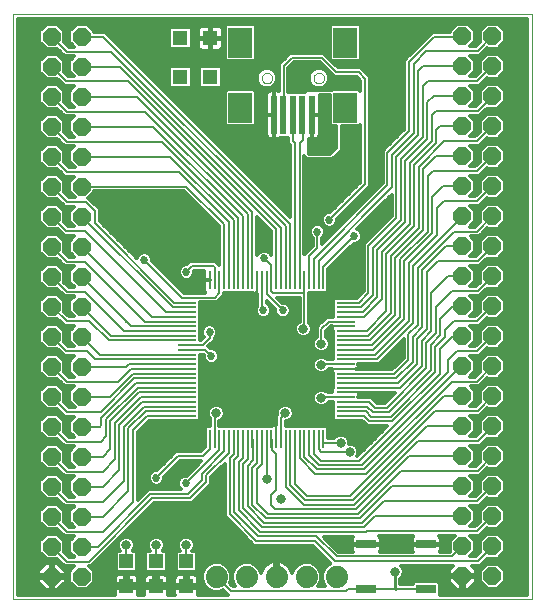
<source format=gtl>
G75*
G70*
%OFA0B0*%
%FSLAX24Y24*%
%IPPOS*%
%LPD*%
%AMOC8*
5,1,8,0,0,1.08239X$1,22.5*
%
%ADD10C,0.0000*%
%ADD11R,0.0091X0.0591*%
%ADD12R,0.0591X0.0091*%
%ADD13R,0.0787X0.0984*%
%ADD14R,0.0197X0.1299*%
%ADD15C,0.0740*%
%ADD16R,0.0515X0.0515*%
%ADD17OC8,0.0600*%
%ADD18R,0.0472X0.0472*%
%ADD19R,0.0650X0.0300*%
%ADD20C,0.0120*%
%ADD21C,0.0320*%
%ADD22C,0.0080*%
%ADD23C,0.0270*%
%ADD24C,0.0100*%
%ADD25C,0.0350*%
D10*
X000272Y005352D02*
X000272Y024848D01*
X017567Y024848D01*
X017567Y005352D01*
X000272Y005352D01*
X008559Y022727D02*
X008561Y022753D01*
X008567Y022779D01*
X008577Y022804D01*
X008590Y022827D01*
X008606Y022847D01*
X008626Y022865D01*
X008648Y022880D01*
X008671Y022892D01*
X008697Y022900D01*
X008723Y022904D01*
X008749Y022904D01*
X008775Y022900D01*
X008801Y022892D01*
X008825Y022880D01*
X008846Y022865D01*
X008866Y022847D01*
X008882Y022827D01*
X008895Y022804D01*
X008905Y022779D01*
X008911Y022753D01*
X008913Y022727D01*
X008911Y022701D01*
X008905Y022675D01*
X008895Y022650D01*
X008882Y022627D01*
X008866Y022607D01*
X008846Y022589D01*
X008824Y022574D01*
X008801Y022562D01*
X008775Y022554D01*
X008749Y022550D01*
X008723Y022550D01*
X008697Y022554D01*
X008671Y022562D01*
X008647Y022574D01*
X008626Y022589D01*
X008606Y022607D01*
X008590Y022627D01*
X008577Y022650D01*
X008567Y022675D01*
X008561Y022701D01*
X008559Y022727D01*
X010291Y022727D02*
X010293Y022753D01*
X010299Y022779D01*
X010309Y022804D01*
X010322Y022827D01*
X010338Y022847D01*
X010358Y022865D01*
X010380Y022880D01*
X010403Y022892D01*
X010429Y022900D01*
X010455Y022904D01*
X010481Y022904D01*
X010507Y022900D01*
X010533Y022892D01*
X010557Y022880D01*
X010578Y022865D01*
X010598Y022847D01*
X010614Y022827D01*
X010627Y022804D01*
X010637Y022779D01*
X010643Y022753D01*
X010645Y022727D01*
X010643Y022701D01*
X010637Y022675D01*
X010627Y022650D01*
X010614Y022627D01*
X010598Y022607D01*
X010578Y022589D01*
X010556Y022574D01*
X010533Y022562D01*
X010507Y022554D01*
X010481Y022550D01*
X010455Y022550D01*
X010429Y022554D01*
X010403Y022562D01*
X010379Y022574D01*
X010358Y022589D01*
X010338Y022607D01*
X010322Y022627D01*
X010309Y022650D01*
X010299Y022675D01*
X010293Y022701D01*
X010291Y022727D01*
D11*
X010302Y015990D03*
X010459Y015990D03*
X010617Y015990D03*
X010144Y015990D03*
X009987Y015990D03*
X009829Y015990D03*
X009672Y015990D03*
X009514Y015990D03*
X009357Y015990D03*
X009199Y015990D03*
X009042Y015990D03*
X008884Y015990D03*
X008727Y015990D03*
X008569Y015990D03*
X008412Y015990D03*
X008255Y015990D03*
X008097Y015990D03*
X007940Y015990D03*
X007782Y015990D03*
X007625Y015990D03*
X007467Y015990D03*
X007310Y015990D03*
X007152Y015990D03*
X006995Y015990D03*
X006837Y015990D03*
X006837Y010714D03*
X006995Y010714D03*
X007152Y010714D03*
X007310Y010714D03*
X007467Y010714D03*
X007625Y010714D03*
X007782Y010714D03*
X007940Y010714D03*
X008097Y010714D03*
X008255Y010714D03*
X008412Y010714D03*
X008569Y010714D03*
X008727Y010714D03*
X008884Y010714D03*
X009042Y010714D03*
X009199Y010714D03*
X009357Y010714D03*
X009514Y010714D03*
X009672Y010714D03*
X009829Y010714D03*
X009987Y010714D03*
X010144Y010714D03*
X010302Y010714D03*
X010459Y010714D03*
X010617Y010714D03*
D12*
X011365Y011462D03*
X011365Y011620D03*
X011365Y011777D03*
X011365Y011935D03*
X011365Y012092D03*
X011365Y012250D03*
X011365Y012407D03*
X011365Y012564D03*
X011365Y012722D03*
X011365Y012879D03*
X011365Y013037D03*
X011365Y013194D03*
X011365Y013352D03*
X011365Y013509D03*
X011365Y013667D03*
X011365Y013824D03*
X011365Y013982D03*
X011365Y014139D03*
X011365Y014297D03*
X011365Y014454D03*
X011365Y014612D03*
X011365Y014769D03*
X011365Y014927D03*
X011365Y015084D03*
X011365Y015242D03*
X006089Y015242D03*
X006089Y015084D03*
X006089Y014927D03*
X006089Y014769D03*
X006089Y014612D03*
X006089Y014454D03*
X006089Y014297D03*
X006089Y014139D03*
X006089Y013982D03*
X006089Y013824D03*
X006089Y013667D03*
X006089Y013509D03*
X006089Y013352D03*
X006089Y013194D03*
X006089Y013037D03*
X006089Y012879D03*
X006089Y012722D03*
X006089Y012564D03*
X006089Y012407D03*
X006089Y012250D03*
X006089Y012092D03*
X006089Y011935D03*
X006089Y011777D03*
X006089Y011620D03*
X006089Y011462D03*
D13*
X007850Y021743D03*
X007850Y023908D03*
X011354Y023908D03*
X011354Y021743D03*
D14*
X010232Y021506D03*
X009917Y021506D03*
X009602Y021506D03*
X009287Y021506D03*
X008972Y021506D03*
D15*
X009059Y006102D03*
X008059Y006102D03*
X007059Y006102D03*
X010059Y006102D03*
X011059Y006102D03*
D16*
X006852Y022762D03*
X005852Y022762D03*
X005852Y024062D03*
X006852Y024062D03*
D17*
X002564Y024114D03*
X002564Y023114D03*
X002564Y022114D03*
X002564Y021114D03*
X002564Y020114D03*
X002564Y019114D03*
X002564Y018114D03*
X002564Y017114D03*
X002564Y016114D03*
X002564Y015114D03*
X002564Y014114D03*
X002564Y013114D03*
X002564Y012114D03*
X002564Y011114D03*
X002564Y010114D03*
X002564Y009114D03*
X002564Y008114D03*
X002564Y007114D03*
X002564Y006114D03*
X001564Y006114D03*
X001564Y007114D03*
X001564Y008114D03*
X001564Y009114D03*
X001564Y010114D03*
X001564Y011114D03*
X001564Y012114D03*
X001564Y013114D03*
X001564Y014114D03*
X001564Y015114D03*
X001564Y016114D03*
X001564Y017114D03*
X001564Y018114D03*
X001564Y019114D03*
X001564Y020114D03*
X001564Y021114D03*
X001564Y022114D03*
X001564Y023114D03*
X001564Y024114D03*
X015254Y024127D03*
X015254Y023127D03*
X015254Y022127D03*
X015254Y021127D03*
X015254Y020127D03*
X015254Y019127D03*
X015254Y018127D03*
X015254Y017127D03*
X015254Y016127D03*
X015254Y015127D03*
X015254Y014127D03*
X015254Y013127D03*
X015254Y012127D03*
X015254Y011127D03*
X015254Y010127D03*
X015254Y009127D03*
X015254Y008127D03*
X015254Y007127D03*
X015254Y006127D03*
X016254Y006127D03*
X016254Y007127D03*
X016254Y008127D03*
X016254Y009127D03*
X016254Y010127D03*
X016254Y011127D03*
X016254Y012127D03*
X016254Y013127D03*
X016254Y014127D03*
X016254Y015127D03*
X016254Y016127D03*
X016254Y017127D03*
X016254Y018127D03*
X016254Y019127D03*
X016254Y020127D03*
X016254Y021127D03*
X016254Y022127D03*
X016254Y023127D03*
X016254Y024127D03*
D18*
X006049Y006615D03*
X006049Y005788D03*
X005042Y005791D03*
X005042Y006618D03*
X004055Y006625D03*
X004055Y005799D03*
D19*
X012047Y005692D03*
X012047Y007192D03*
X014047Y007192D03*
X014047Y005692D03*
D20*
X014422Y005962D02*
X013672Y005962D01*
X013602Y005892D01*
X013602Y005852D01*
X013189Y005852D01*
X013186Y006045D01*
X013249Y006108D01*
X013292Y006211D01*
X013292Y006323D01*
X013249Y006425D01*
X013203Y006472D01*
X014949Y006472D01*
X014794Y006317D01*
X014794Y006167D01*
X015214Y006167D01*
X015214Y006087D01*
X014794Y006087D01*
X014794Y005936D01*
X015064Y005667D01*
X015214Y005667D01*
X015214Y006087D01*
X015294Y006087D01*
X015294Y005667D01*
X015445Y005667D01*
X015714Y005936D01*
X015714Y006087D01*
X015295Y006087D01*
X015295Y006167D01*
X015714Y006167D01*
X015714Y006317D01*
X015560Y006472D01*
X015838Y006472D01*
X015932Y006566D01*
X016077Y006711D01*
X016081Y006707D01*
X016428Y006707D01*
X016674Y006953D01*
X016674Y007301D01*
X016428Y007547D01*
X016081Y007547D01*
X015834Y007301D01*
X015834Y006953D01*
X015851Y006937D01*
X015706Y006792D01*
X015513Y006792D01*
X015674Y006953D01*
X015674Y007301D01*
X015513Y007462D01*
X015818Y007462D01*
X015912Y007556D01*
X016072Y007716D01*
X016081Y007707D01*
X016428Y007707D01*
X016674Y007953D01*
X016674Y008301D01*
X016428Y008547D01*
X016081Y008547D01*
X015834Y008301D01*
X015834Y007953D01*
X015846Y007942D01*
X015686Y007782D01*
X015503Y007782D01*
X015674Y007953D01*
X015674Y008301D01*
X015513Y008462D01*
X015818Y008462D01*
X015912Y008556D01*
X016072Y008716D01*
X016081Y008707D01*
X016428Y008707D01*
X016674Y008953D01*
X016674Y009301D01*
X016428Y009547D01*
X016081Y009547D01*
X015834Y009301D01*
X015834Y008953D01*
X015846Y008942D01*
X015686Y008782D01*
X015503Y008782D01*
X015674Y008953D01*
X015674Y009301D01*
X015503Y009472D01*
X015828Y009472D01*
X015922Y009566D01*
X016072Y009716D01*
X016081Y009707D01*
X016428Y009707D01*
X016674Y009953D01*
X016674Y010301D01*
X016428Y010547D01*
X016081Y010547D01*
X015834Y010301D01*
X015834Y009953D01*
X015846Y009942D01*
X015696Y009792D01*
X015513Y009792D01*
X015674Y009953D01*
X015674Y010301D01*
X015513Y010462D01*
X015838Y010462D01*
X015932Y010556D01*
X016083Y010707D01*
X016428Y010707D01*
X016674Y010953D01*
X016674Y011301D01*
X016428Y011547D01*
X016081Y011547D01*
X015834Y011301D01*
X015834Y010953D01*
X015856Y010932D01*
X015706Y010782D01*
X015503Y010782D01*
X015674Y010953D01*
X015674Y011301D01*
X015503Y011472D01*
X015828Y011472D01*
X015922Y011566D01*
X016072Y011716D01*
X016081Y011707D01*
X016428Y011707D01*
X016674Y011953D01*
X016674Y012301D01*
X016428Y012547D01*
X016081Y012547D01*
X015834Y012301D01*
X015834Y011953D01*
X015846Y011942D01*
X015696Y011792D01*
X015513Y011792D01*
X015674Y011953D01*
X015674Y012301D01*
X015523Y012452D01*
X015673Y012452D01*
X015806Y012452D01*
X016071Y012717D01*
X016081Y012707D01*
X016428Y012707D01*
X016674Y012953D01*
X016674Y013301D01*
X016428Y013547D01*
X016081Y013547D01*
X015834Y013301D01*
X015834Y012953D01*
X015844Y012943D01*
X015673Y012772D01*
X015493Y012772D01*
X015674Y012953D01*
X015674Y013301D01*
X015513Y013462D01*
X015818Y013462D01*
X015912Y013556D01*
X016072Y013716D01*
X016081Y013707D01*
X016428Y013707D01*
X016674Y013953D01*
X016674Y014301D01*
X016428Y014547D01*
X016081Y014547D01*
X015834Y014301D01*
X015834Y013953D01*
X015846Y013942D01*
X015686Y013782D01*
X015503Y013782D01*
X015674Y013953D01*
X015674Y014301D01*
X015513Y014462D01*
X015818Y014462D01*
X015912Y014556D01*
X016072Y014716D01*
X016081Y014707D01*
X016428Y014707D01*
X016674Y014953D01*
X016674Y015301D01*
X016428Y015547D01*
X016081Y015547D01*
X015834Y015301D01*
X015834Y014953D01*
X015846Y014942D01*
X015686Y014782D01*
X015503Y014782D01*
X015674Y014953D01*
X015674Y015301D01*
X015513Y015462D01*
X015828Y015462D01*
X015922Y015556D01*
X016077Y015711D01*
X016081Y015707D01*
X016428Y015707D01*
X016674Y015953D01*
X016674Y016301D01*
X016428Y016547D01*
X016081Y016547D01*
X015834Y016301D01*
X015834Y015953D01*
X015851Y015937D01*
X015696Y015782D01*
X015503Y015782D01*
X015674Y015953D01*
X015674Y016301D01*
X015513Y016462D01*
X015828Y016462D01*
X015922Y016556D01*
X016077Y016711D01*
X016081Y016707D01*
X016428Y016707D01*
X016674Y016953D01*
X016674Y017301D01*
X016428Y017547D01*
X016081Y017547D01*
X015834Y017301D01*
X015834Y016953D01*
X015851Y016937D01*
X015696Y016782D01*
X015503Y016782D01*
X015674Y016953D01*
X015674Y017301D01*
X015523Y017452D01*
X015808Y017452D01*
X015902Y017546D01*
X016072Y017716D01*
X016081Y017707D01*
X016428Y017707D01*
X016674Y017953D01*
X016674Y018301D01*
X016428Y018547D01*
X016081Y018547D01*
X015834Y018301D01*
X015834Y017953D01*
X015846Y017942D01*
X015676Y017772D01*
X015493Y017772D01*
X015674Y017953D01*
X015674Y018301D01*
X015513Y018462D01*
X015818Y018462D01*
X015912Y018556D01*
X016072Y018716D01*
X016081Y018707D01*
X016428Y018707D01*
X016674Y018953D01*
X016674Y019301D01*
X016428Y019547D01*
X016081Y019547D01*
X015834Y019301D01*
X015834Y018953D01*
X015846Y018942D01*
X015686Y018782D01*
X015503Y018782D01*
X015674Y018953D01*
X015674Y019301D01*
X015513Y019462D01*
X015818Y019462D01*
X015912Y019556D01*
X016072Y019716D01*
X016081Y019707D01*
X016428Y019707D01*
X016674Y019953D01*
X016674Y020301D01*
X016428Y020547D01*
X016081Y020547D01*
X015834Y020301D01*
X015834Y019953D01*
X015846Y019942D01*
X015686Y019782D01*
X015503Y019782D01*
X015674Y019953D01*
X015674Y020301D01*
X015513Y020462D01*
X015818Y020462D01*
X015912Y020556D01*
X016072Y020716D01*
X016081Y020707D01*
X016428Y020707D01*
X016674Y020953D01*
X016674Y021301D01*
X016428Y021547D01*
X016081Y021547D01*
X015834Y021301D01*
X015834Y020953D01*
X015846Y020942D01*
X015686Y020782D01*
X015503Y020782D01*
X015674Y020953D01*
X015674Y021301D01*
X015513Y021462D01*
X015828Y021462D01*
X015922Y021556D01*
X016077Y021711D01*
X016081Y021707D01*
X016428Y021707D01*
X016674Y021953D01*
X016674Y022301D01*
X016428Y022547D01*
X016081Y022547D01*
X015834Y022301D01*
X015834Y021953D01*
X015851Y021937D01*
X015696Y021782D01*
X015503Y021782D01*
X015674Y021953D01*
X015674Y022301D01*
X015513Y022462D01*
X015818Y022462D01*
X015912Y022556D01*
X016072Y022716D01*
X016081Y022707D01*
X016428Y022707D01*
X016674Y022953D01*
X016674Y023301D01*
X016428Y023547D01*
X016081Y023547D01*
X015834Y023301D01*
X015834Y022953D01*
X015846Y022942D01*
X015686Y022782D01*
X015503Y022782D01*
X015674Y022953D01*
X015674Y023301D01*
X015503Y023472D01*
X015828Y023472D01*
X015922Y023566D01*
X016072Y023716D01*
X016081Y023707D01*
X016428Y023707D01*
X016674Y023953D01*
X016674Y024301D01*
X016428Y024547D01*
X016081Y024547D01*
X015834Y024301D01*
X015834Y023953D01*
X015846Y023942D01*
X015696Y023792D01*
X015513Y023792D01*
X015674Y023953D01*
X015674Y024301D01*
X015428Y024547D01*
X015081Y024547D01*
X014834Y024301D01*
X014834Y024272D01*
X014256Y024272D01*
X014162Y024178D01*
X013322Y023338D01*
X013322Y023206D01*
X013322Y021028D01*
X012686Y020392D01*
X012592Y020298D01*
X012592Y019218D01*
X010582Y017208D01*
X010582Y017401D01*
X010638Y017457D01*
X010677Y017551D01*
X010677Y017653D01*
X010638Y017746D01*
X010566Y017818D01*
X010473Y017857D01*
X010371Y017857D01*
X010278Y017818D01*
X010206Y017746D01*
X010167Y017653D01*
X010167Y017551D01*
X010206Y017457D01*
X010262Y017401D01*
X010262Y017128D01*
X009989Y016855D01*
X009989Y020120D01*
X010077Y020032D01*
X010777Y020032D01*
X010926Y020032D01*
X011126Y020232D01*
X011232Y020337D01*
X011232Y021131D01*
X011797Y021131D01*
X011842Y021175D01*
X011842Y019248D01*
X010851Y018257D01*
X010771Y018257D01*
X010678Y018218D01*
X010606Y018146D01*
X010567Y018053D01*
X010567Y017951D01*
X010606Y017857D01*
X010678Y017786D01*
X010771Y017747D01*
X010873Y017747D01*
X010966Y017786D01*
X011038Y017857D01*
X011077Y017951D01*
X011077Y018031D01*
X012162Y019116D01*
X012162Y019248D01*
X012162Y022778D01*
X012068Y022872D01*
X011858Y023082D01*
X011726Y023082D01*
X011118Y023082D01*
X010722Y023478D01*
X010628Y023572D01*
X009648Y023572D01*
X009516Y023572D01*
X009226Y023282D01*
X009132Y023188D01*
X009132Y022305D01*
X009092Y022316D01*
X008972Y022316D01*
X008853Y022316D01*
X008812Y022305D01*
X008775Y022284D01*
X008746Y022254D01*
X008725Y022218D01*
X008714Y022177D01*
X008714Y021507D01*
X008972Y021507D01*
X008972Y022316D01*
X008972Y021507D01*
X008972Y021507D01*
X008972Y021506D01*
X008972Y020697D01*
X009092Y020697D01*
X009132Y020708D01*
X009169Y020729D01*
X009177Y020737D01*
X009435Y020737D01*
X009442Y020744D01*
X009442Y020566D01*
X009512Y020496D01*
X009512Y018098D01*
X003336Y024274D01*
X003203Y024274D01*
X002984Y024274D01*
X002984Y024288D01*
X002738Y024534D01*
X002391Y024534D01*
X002144Y024288D01*
X002144Y023940D01*
X002313Y023772D01*
X002128Y023772D01*
X001972Y023928D01*
X001984Y023940D01*
X001984Y024288D01*
X001738Y024534D01*
X001391Y024534D01*
X001144Y024288D01*
X001144Y023940D01*
X001391Y023694D01*
X001738Y023694D01*
X001746Y023702D01*
X001902Y023546D01*
X001996Y023452D01*
X002308Y023452D01*
X002144Y023288D01*
X002144Y022940D01*
X002303Y022782D01*
X002118Y022782D01*
X001972Y022928D01*
X001984Y022940D01*
X001984Y023288D01*
X001738Y023534D01*
X001391Y023534D01*
X001144Y023288D01*
X001144Y022940D01*
X001391Y022694D01*
X001738Y022694D01*
X001746Y022702D01*
X001892Y022556D01*
X001986Y022462D01*
X002318Y022462D01*
X002144Y022288D01*
X002144Y021940D01*
X002313Y021772D01*
X002148Y021772D01*
X001982Y021938D01*
X001984Y021940D01*
X001984Y022288D01*
X001738Y022534D01*
X001391Y022534D01*
X001144Y022288D01*
X001144Y021940D01*
X001391Y021694D01*
X001738Y021694D01*
X001756Y021712D01*
X001922Y021546D01*
X002016Y021452D01*
X002308Y021452D01*
X002144Y021288D01*
X002144Y020940D01*
X002313Y020772D01*
X002128Y020772D01*
X001972Y020928D01*
X001984Y020940D01*
X001984Y021288D01*
X001738Y021534D01*
X001391Y021534D01*
X001144Y021288D01*
X001144Y020940D01*
X001391Y020694D01*
X001738Y020694D01*
X001746Y020702D01*
X001902Y020546D01*
X001996Y020452D01*
X002308Y020452D01*
X002144Y020288D01*
X002144Y019940D01*
X002323Y019762D01*
X002148Y019762D01*
X001977Y019933D01*
X001984Y019940D01*
X001984Y020288D01*
X001738Y020534D01*
X001391Y020534D01*
X001144Y020288D01*
X001144Y019940D01*
X001391Y019694D01*
X001738Y019694D01*
X001751Y019707D01*
X001922Y019536D01*
X002016Y019442D01*
X002298Y019442D01*
X002144Y019288D01*
X002144Y018940D01*
X002323Y018762D01*
X002138Y018762D01*
X001972Y018928D01*
X001984Y018940D01*
X001984Y019288D01*
X001738Y019534D01*
X001391Y019534D01*
X001144Y019288D01*
X001144Y018940D01*
X001391Y018694D01*
X001738Y018694D01*
X001746Y018702D01*
X001912Y018536D01*
X002006Y018442D01*
X002298Y018442D01*
X002144Y018288D01*
X002144Y017940D01*
X002303Y017782D01*
X002118Y017782D01*
X001972Y017928D01*
X001984Y017940D01*
X001984Y018288D01*
X001738Y018534D01*
X001391Y018534D01*
X001144Y018288D01*
X001144Y017940D01*
X001391Y017694D01*
X001738Y017694D01*
X001746Y017702D01*
X001892Y017556D01*
X001986Y017462D01*
X002318Y017462D01*
X002144Y017288D01*
X002144Y016940D01*
X002313Y016772D01*
X002138Y016772D01*
X001977Y016933D01*
X001984Y016940D01*
X001984Y017288D01*
X001738Y017534D01*
X001391Y017534D01*
X001144Y017288D01*
X001144Y016940D01*
X001391Y016694D01*
X001738Y016694D01*
X001751Y016707D01*
X001912Y016546D01*
X002006Y016452D01*
X002308Y016452D01*
X002144Y016288D01*
X002144Y015940D01*
X002313Y015772D01*
X002128Y015772D01*
X001972Y015928D01*
X001984Y015940D01*
X001984Y016288D01*
X001738Y016534D01*
X001391Y016534D01*
X001144Y016288D01*
X001144Y015940D01*
X001391Y015694D01*
X001738Y015694D01*
X001746Y015702D01*
X001902Y015546D01*
X001996Y015452D01*
X002308Y015452D01*
X002144Y015288D01*
X002144Y014940D01*
X002303Y014782D01*
X002123Y014782D01*
X001975Y014931D01*
X001984Y014940D01*
X001984Y015288D01*
X001738Y015534D01*
X001391Y015534D01*
X001144Y015288D01*
X001144Y014940D01*
X001391Y014694D01*
X001738Y014694D01*
X001748Y014704D01*
X001991Y014462D01*
X002123Y014462D01*
X002318Y014462D01*
X002144Y014288D01*
X002144Y013940D01*
X002303Y013782D01*
X002118Y013782D01*
X001972Y013928D01*
X001984Y013940D01*
X001984Y014288D01*
X001738Y014534D01*
X001391Y014534D01*
X001144Y014288D01*
X001144Y013940D01*
X001391Y013694D01*
X001738Y013694D01*
X001746Y013702D01*
X001892Y013556D01*
X001986Y013462D01*
X002318Y013462D01*
X002144Y013288D01*
X002144Y012940D01*
X002313Y012772D01*
X002138Y012772D01*
X001977Y012933D01*
X001984Y012940D01*
X001984Y013288D01*
X001738Y013534D01*
X001391Y013534D01*
X001144Y013288D01*
X001144Y012940D01*
X001391Y012694D01*
X001738Y012694D01*
X001751Y012707D01*
X001912Y012546D01*
X002006Y012452D01*
X002308Y012452D01*
X002144Y012288D01*
X002144Y011940D01*
X002323Y011762D01*
X002138Y011762D01*
X001972Y011928D01*
X001984Y011940D01*
X001984Y012288D01*
X001738Y012534D01*
X001391Y012534D01*
X001144Y012288D01*
X001144Y011940D01*
X001391Y011694D01*
X001738Y011694D01*
X001746Y011702D01*
X001912Y011536D01*
X002006Y011442D01*
X002298Y011442D01*
X002144Y011288D01*
X002144Y010940D01*
X002313Y010772D01*
X002128Y010772D01*
X001972Y010928D01*
X001984Y010940D01*
X001984Y011288D01*
X001738Y011534D01*
X001391Y011534D01*
X001144Y011288D01*
X001144Y010940D01*
X001391Y010694D01*
X001738Y010694D01*
X001746Y010702D01*
X001902Y010546D01*
X001996Y010452D01*
X002308Y010452D01*
X002144Y010288D01*
X002144Y009940D01*
X002313Y009772D01*
X002128Y009772D01*
X001972Y009928D01*
X001984Y009940D01*
X001984Y010288D01*
X001738Y010534D01*
X001391Y010534D01*
X001144Y010288D01*
X001144Y009940D01*
X001391Y009694D01*
X001738Y009694D01*
X001746Y009702D01*
X001902Y009546D01*
X001996Y009452D01*
X002308Y009452D01*
X002144Y009288D01*
X002144Y008940D01*
X002313Y008772D01*
X002128Y008772D01*
X001972Y008928D01*
X001984Y008940D01*
X001984Y009288D01*
X001738Y009534D01*
X001391Y009534D01*
X001144Y009288D01*
X001144Y008940D01*
X001391Y008694D01*
X001738Y008694D01*
X001746Y008702D01*
X001902Y008546D01*
X001996Y008452D01*
X002308Y008452D01*
X002144Y008288D01*
X002144Y007940D01*
X002313Y007772D01*
X002138Y007772D01*
X001977Y007933D01*
X001984Y007940D01*
X001984Y008288D01*
X001738Y008534D01*
X001391Y008534D01*
X001144Y008288D01*
X001144Y007940D01*
X001391Y007694D01*
X001738Y007694D01*
X001751Y007707D01*
X001912Y007546D01*
X002006Y007452D01*
X002308Y007452D01*
X002144Y007288D01*
X002144Y006940D01*
X002313Y006772D01*
X002128Y006772D01*
X001972Y006928D01*
X001984Y006940D01*
X001984Y007288D01*
X001738Y007534D01*
X001391Y007534D01*
X001144Y007288D01*
X001144Y006940D01*
X001391Y006694D01*
X001738Y006694D01*
X001746Y006702D01*
X001902Y006546D01*
X001996Y006452D01*
X002308Y006452D01*
X002144Y006288D01*
X002144Y005940D01*
X002391Y005694D01*
X002738Y005694D01*
X002984Y005940D01*
X002984Y006288D01*
X002821Y006452D01*
X002868Y006452D01*
X004983Y008567D01*
X006116Y008567D01*
X006248Y008567D01*
X006778Y009097D01*
X006872Y009191D01*
X006872Y009416D01*
X007332Y009876D01*
X007332Y008126D01*
X007426Y008032D01*
X008222Y007236D01*
X008222Y007236D01*
X008316Y007142D01*
X010261Y007142D01*
X010855Y006548D01*
X010782Y006517D01*
X010644Y006379D01*
X010569Y006199D01*
X010569Y006004D01*
X010644Y005824D01*
X010687Y005782D01*
X010432Y005782D01*
X010475Y005824D01*
X010549Y006004D01*
X010549Y006199D01*
X010475Y006379D01*
X010337Y006517D01*
X010157Y006592D01*
X009962Y006592D01*
X009782Y006517D01*
X009644Y006379D01*
X009578Y006219D01*
X009576Y006226D01*
X009551Y006305D01*
X009513Y006380D01*
X009464Y006447D01*
X009405Y006506D01*
X009337Y006555D01*
X009263Y006593D01*
X009184Y006619D01*
X009101Y006632D01*
X009099Y006632D01*
X009099Y006142D01*
X009019Y006142D01*
X009019Y006632D01*
X009018Y006632D01*
X008935Y006619D01*
X008856Y006593D01*
X008782Y006555D01*
X008714Y006506D01*
X008655Y006447D01*
X008606Y006380D01*
X008568Y006305D01*
X008543Y006226D01*
X008541Y006219D01*
X008475Y006379D01*
X008337Y006517D01*
X008157Y006592D01*
X007962Y006592D01*
X007782Y006517D01*
X007644Y006379D01*
X007569Y006199D01*
X007569Y006004D01*
X007644Y005824D01*
X007687Y005782D01*
X007606Y005782D01*
X007501Y005887D01*
X007549Y006004D01*
X007549Y006199D01*
X007475Y006379D01*
X007337Y006517D01*
X007157Y006592D01*
X006962Y006592D01*
X006782Y006517D01*
X006644Y006379D01*
X006569Y006199D01*
X006569Y006004D01*
X006644Y005824D01*
X006782Y005686D01*
X006962Y005612D01*
X007157Y005612D01*
X007274Y005661D01*
X007423Y005512D01*
X006440Y005512D01*
X006446Y005531D01*
X006446Y005730D01*
X006108Y005730D01*
X006108Y005847D01*
X005991Y005847D01*
X005991Y006185D01*
X005792Y006185D01*
X005751Y006174D01*
X005715Y006153D01*
X005685Y006123D01*
X005664Y006086D01*
X005653Y006046D01*
X005653Y005847D01*
X005991Y005847D01*
X005991Y005730D01*
X005653Y005730D01*
X005653Y005531D01*
X005658Y005512D01*
X005432Y005512D01*
X005438Y005534D01*
X005438Y005733D01*
X005100Y005733D01*
X005100Y005849D01*
X004984Y005849D01*
X004984Y006187D01*
X004785Y006187D01*
X004744Y006176D01*
X004708Y006155D01*
X004678Y006125D01*
X004657Y006089D01*
X004646Y006048D01*
X004646Y005849D01*
X004984Y005849D01*
X004984Y005733D01*
X004646Y005733D01*
X004646Y005534D01*
X004652Y005512D01*
X004443Y005512D01*
X004451Y005541D01*
X004451Y005740D01*
X004113Y005740D01*
X004113Y005857D01*
X003996Y005857D01*
X003996Y006195D01*
X003797Y006195D01*
X003757Y006184D01*
X003720Y006163D01*
X003690Y006133D01*
X003669Y006096D01*
X003658Y006056D01*
X003658Y005857D01*
X003996Y005857D01*
X003996Y005740D01*
X003658Y005740D01*
X003658Y005541D01*
X003666Y005512D01*
X000432Y005512D01*
X000432Y024688D01*
X017407Y024688D01*
X017407Y005512D01*
X014492Y005512D01*
X014492Y005892D01*
X014422Y005962D01*
X014429Y005955D02*
X014794Y005955D01*
X014794Y006073D02*
X013214Y006073D01*
X013188Y005955D02*
X013665Y005955D01*
X013284Y006192D02*
X014794Y006192D01*
X014794Y006310D02*
X013292Y006310D01*
X013246Y006429D02*
X014906Y006429D01*
X015214Y006073D02*
X015294Y006073D01*
X015294Y005955D02*
X015214Y005955D01*
X015214Y005836D02*
X015294Y005836D01*
X015294Y005718D02*
X015214Y005718D01*
X015013Y005718D02*
X014492Y005718D01*
X014492Y005836D02*
X014895Y005836D01*
X014492Y005599D02*
X017407Y005599D01*
X017407Y005718D02*
X016439Y005718D01*
X016428Y005707D02*
X016674Y005953D01*
X016674Y006301D01*
X016428Y006547D01*
X016081Y006547D01*
X015834Y006301D01*
X015834Y005953D01*
X016081Y005707D01*
X016428Y005707D01*
X016558Y005836D02*
X017407Y005836D01*
X017407Y005955D02*
X016674Y005955D01*
X016674Y006073D02*
X017407Y006073D01*
X017407Y006192D02*
X016674Y006192D01*
X016665Y006310D02*
X017407Y006310D01*
X017407Y006429D02*
X016546Y006429D01*
X016506Y006784D02*
X017407Y006784D01*
X017407Y006666D02*
X016032Y006666D01*
X015932Y006566D02*
X015932Y006566D01*
X015914Y006547D02*
X017407Y006547D01*
X017407Y006903D02*
X016624Y006903D01*
X016674Y007021D02*
X017407Y007021D01*
X017407Y007140D02*
X016674Y007140D01*
X016674Y007259D02*
X017407Y007259D01*
X017407Y007377D02*
X016598Y007377D01*
X016480Y007496D02*
X017407Y007496D01*
X017407Y007614D02*
X015971Y007614D01*
X016029Y007496D02*
X015852Y007496D01*
X015911Y007377D02*
X015598Y007377D01*
X015674Y007259D02*
X015834Y007259D01*
X015834Y007140D02*
X015674Y007140D01*
X015674Y007021D02*
X015834Y007021D01*
X015817Y006903D02*
X015624Y006903D01*
X015603Y006429D02*
X015962Y006429D01*
X015844Y006310D02*
X015714Y006310D01*
X015714Y006192D02*
X015834Y006192D01*
X015834Y006073D02*
X015714Y006073D01*
X015714Y005955D02*
X015834Y005955D01*
X015951Y005836D02*
X015614Y005836D01*
X015496Y005718D02*
X016070Y005718D01*
X014834Y007301D02*
X014996Y007462D01*
X014478Y007462D01*
X014500Y007440D01*
X014521Y007404D01*
X014532Y007363D01*
X014532Y007207D01*
X014062Y007207D01*
X014062Y007177D01*
X014532Y007177D01*
X014532Y007021D01*
X014521Y006980D01*
X014502Y006947D01*
X014841Y006947D01*
X014834Y006953D01*
X014834Y007301D01*
X014834Y007259D02*
X014532Y007259D01*
X014528Y007377D02*
X014911Y007377D01*
X014834Y007140D02*
X014532Y007140D01*
X014532Y007021D02*
X014834Y007021D01*
X015573Y007851D02*
X015755Y007851D01*
X015834Y007970D02*
X015674Y007970D01*
X015674Y008088D02*
X015834Y008088D01*
X015834Y008207D02*
X015674Y008207D01*
X015650Y008325D02*
X015859Y008325D01*
X015978Y008444D02*
X015531Y008444D01*
X015521Y008800D02*
X015703Y008800D01*
X015640Y008918D02*
X015822Y008918D01*
X015834Y009037D02*
X015674Y009037D01*
X015674Y009155D02*
X015834Y009155D01*
X015834Y009274D02*
X015674Y009274D01*
X015583Y009392D02*
X015926Y009392D01*
X015867Y009511D02*
X016045Y009511D01*
X015986Y009629D02*
X017407Y009629D01*
X017407Y009511D02*
X016464Y009511D01*
X016583Y009392D02*
X017407Y009392D01*
X017407Y009274D02*
X016674Y009274D01*
X016674Y009155D02*
X017407Y009155D01*
X017407Y009037D02*
X016674Y009037D01*
X016640Y008918D02*
X017407Y008918D01*
X017407Y008800D02*
X016521Y008800D01*
X016531Y008444D02*
X017407Y008444D01*
X017407Y008325D02*
X016650Y008325D01*
X016674Y008207D02*
X017407Y008207D01*
X017407Y008088D02*
X016674Y008088D01*
X016674Y007970D02*
X017407Y007970D01*
X017407Y007851D02*
X016573Y007851D01*
X016454Y007733D02*
X017407Y007733D01*
X017407Y008563D02*
X015919Y008563D01*
X016037Y008681D02*
X017407Y008681D01*
X017407Y009748D02*
X016470Y009748D01*
X016588Y009867D02*
X017407Y009867D01*
X017407Y009985D02*
X016674Y009985D01*
X016674Y010104D02*
X017407Y010104D01*
X017407Y010222D02*
X016674Y010222D01*
X016635Y010341D02*
X017407Y010341D01*
X017407Y010459D02*
X016516Y010459D01*
X016536Y010815D02*
X017407Y010815D01*
X017407Y010933D02*
X016655Y010933D01*
X016674Y011052D02*
X017407Y011052D01*
X017407Y011171D02*
X016674Y011171D01*
X016674Y011289D02*
X017407Y011289D01*
X017407Y011408D02*
X016568Y011408D01*
X016449Y011526D02*
X017407Y011526D01*
X017407Y011645D02*
X016001Y011645D01*
X016060Y011526D02*
X015882Y011526D01*
X015941Y011408D02*
X015568Y011408D01*
X015674Y011289D02*
X015834Y011289D01*
X015834Y011171D02*
X015674Y011171D01*
X015674Y011052D02*
X015834Y011052D01*
X015854Y010933D02*
X015655Y010933D01*
X015739Y010815D02*
X015536Y010815D01*
X015516Y010459D02*
X015993Y010459D01*
X015954Y010578D02*
X017407Y010578D01*
X017407Y010696D02*
X016073Y010696D01*
X015874Y010341D02*
X015635Y010341D01*
X015674Y010222D02*
X015834Y010222D01*
X015834Y010104D02*
X015674Y010104D01*
X015674Y009985D02*
X015834Y009985D01*
X015770Y009867D02*
X015588Y009867D01*
X015603Y011882D02*
X015786Y011882D01*
X015834Y012000D02*
X015674Y012000D01*
X015674Y012119D02*
X015834Y012119D01*
X015834Y012237D02*
X015674Y012237D01*
X015619Y012356D02*
X015890Y012356D01*
X015828Y012474D02*
X016008Y012474D01*
X015947Y012593D02*
X017407Y012593D01*
X017407Y012474D02*
X016501Y012474D01*
X016619Y012356D02*
X017407Y012356D01*
X017407Y012237D02*
X016674Y012237D01*
X016674Y012119D02*
X017407Y012119D01*
X017407Y012000D02*
X016674Y012000D01*
X016603Y011882D02*
X017407Y011882D01*
X017407Y011763D02*
X016485Y011763D01*
X016433Y012712D02*
X017407Y012712D01*
X017407Y012830D02*
X016552Y012830D01*
X016670Y012949D02*
X017407Y012949D01*
X017407Y013067D02*
X016674Y013067D01*
X016674Y013186D02*
X017407Y013186D01*
X017407Y013304D02*
X016671Y013304D01*
X016552Y013423D02*
X017407Y013423D01*
X017407Y013541D02*
X016434Y013541D01*
X016500Y013778D02*
X017407Y013778D01*
X017407Y013660D02*
X016016Y013660D01*
X016075Y013541D02*
X015898Y013541D01*
X015956Y013423D02*
X015552Y013423D01*
X015671Y013304D02*
X015838Y013304D01*
X015834Y013186D02*
X015674Y013186D01*
X015674Y013067D02*
X015834Y013067D01*
X015839Y012949D02*
X015670Y012949D01*
X015731Y012830D02*
X015552Y012830D01*
X016065Y012712D02*
X016076Y012712D01*
X015801Y013897D02*
X015619Y013897D01*
X015674Y014016D02*
X015834Y014016D01*
X015834Y014134D02*
X015674Y014134D01*
X015674Y014253D02*
X015834Y014253D01*
X015905Y014371D02*
X015604Y014371D01*
X015846Y014490D02*
X016023Y014490D01*
X015965Y014608D02*
X017407Y014608D01*
X017407Y014490D02*
X016486Y014490D01*
X016604Y014371D02*
X017407Y014371D01*
X017407Y014253D02*
X016674Y014253D01*
X016674Y014134D02*
X017407Y014134D01*
X017407Y014016D02*
X016674Y014016D01*
X016619Y013897D02*
X017407Y013897D01*
X017407Y014727D02*
X016448Y014727D01*
X016567Y014845D02*
X017407Y014845D01*
X017407Y014964D02*
X016674Y014964D01*
X016674Y015082D02*
X017407Y015082D01*
X017407Y015201D02*
X016674Y015201D01*
X016656Y015320D02*
X017407Y015320D01*
X017407Y015438D02*
X016537Y015438D01*
X016515Y015794D02*
X017407Y015794D01*
X017407Y015912D02*
X016634Y015912D01*
X016674Y016031D02*
X017407Y016031D01*
X017407Y016149D02*
X016674Y016149D01*
X016674Y016268D02*
X017407Y016268D01*
X017407Y016386D02*
X016589Y016386D01*
X016470Y016505D02*
X017407Y016505D01*
X017407Y016624D02*
X015990Y016624D01*
X016039Y016505D02*
X015871Y016505D01*
X015920Y016386D02*
X015589Y016386D01*
X015674Y016268D02*
X015834Y016268D01*
X015834Y016149D02*
X015674Y016149D01*
X015674Y016031D02*
X015834Y016031D01*
X015826Y015912D02*
X015634Y015912D01*
X015708Y015794D02*
X015515Y015794D01*
X015537Y015438D02*
X015972Y015438D01*
X015923Y015557D02*
X017407Y015557D01*
X017407Y015675D02*
X016041Y015675D01*
X015853Y015320D02*
X015656Y015320D01*
X015674Y015201D02*
X015834Y015201D01*
X015834Y015082D02*
X015674Y015082D01*
X015674Y014964D02*
X015834Y014964D01*
X015749Y014845D02*
X015567Y014845D01*
X016464Y016742D02*
X017407Y016742D01*
X017407Y016861D02*
X016582Y016861D01*
X016674Y016979D02*
X017407Y016979D01*
X017407Y017098D02*
X016674Y017098D01*
X016674Y017216D02*
X017407Y017216D01*
X017407Y017335D02*
X016641Y017335D01*
X016522Y017453D02*
X017407Y017453D01*
X017407Y017572D02*
X015928Y017572D01*
X015987Y017453D02*
X015810Y017453D01*
X015868Y017335D02*
X015641Y017335D01*
X015674Y017216D02*
X015834Y017216D01*
X015834Y017098D02*
X015674Y017098D01*
X015674Y016979D02*
X015834Y016979D01*
X015774Y016861D02*
X015582Y016861D01*
X015254Y017127D02*
X015242Y017139D01*
X015530Y017809D02*
X015713Y017809D01*
X015649Y017927D02*
X015831Y017927D01*
X015834Y018046D02*
X015674Y018046D01*
X015674Y018165D02*
X015834Y018165D01*
X015834Y018283D02*
X015674Y018283D01*
X015574Y018402D02*
X015935Y018402D01*
X015877Y018520D02*
X016054Y018520D01*
X015995Y018639D02*
X017407Y018639D01*
X017407Y018757D02*
X016479Y018757D01*
X016597Y018876D02*
X017407Y018876D01*
X017407Y018994D02*
X016674Y018994D01*
X016674Y019113D02*
X017407Y019113D01*
X017407Y019231D02*
X016674Y019231D01*
X016625Y019350D02*
X017407Y019350D01*
X017407Y019469D02*
X016507Y019469D01*
X016546Y019824D02*
X017407Y019824D01*
X017407Y019706D02*
X016062Y019706D01*
X015943Y019587D02*
X017407Y019587D01*
X017407Y019943D02*
X016664Y019943D01*
X016674Y020061D02*
X017407Y020061D01*
X017407Y020180D02*
X016674Y020180D01*
X016674Y020298D02*
X017407Y020298D01*
X017407Y020417D02*
X016558Y020417D01*
X016440Y020535D02*
X017407Y020535D01*
X017407Y020654D02*
X016010Y020654D01*
X016069Y020535D02*
X015892Y020535D01*
X015951Y020417D02*
X015558Y020417D01*
X015674Y020298D02*
X015834Y020298D01*
X015834Y020180D02*
X015674Y020180D01*
X015674Y020061D02*
X015834Y020061D01*
X015845Y019943D02*
X015664Y019943D01*
X015728Y019824D02*
X015546Y019824D01*
X015825Y019469D02*
X016002Y019469D01*
X015884Y019350D02*
X015625Y019350D01*
X015674Y019231D02*
X015834Y019231D01*
X015834Y019113D02*
X015674Y019113D01*
X015674Y018994D02*
X015834Y018994D01*
X015780Y018876D02*
X015597Y018876D01*
X016047Y017690D02*
X017407Y017690D01*
X017407Y017809D02*
X016530Y017809D01*
X016649Y017927D02*
X017407Y017927D01*
X017407Y018046D02*
X016674Y018046D01*
X016674Y018165D02*
X017407Y018165D01*
X017407Y018283D02*
X016674Y018283D01*
X016574Y018402D02*
X017407Y018402D01*
X017407Y018520D02*
X016455Y018520D01*
X016494Y020773D02*
X017407Y020773D01*
X017407Y020891D02*
X016613Y020891D01*
X016674Y021010D02*
X017407Y021010D01*
X017407Y021128D02*
X016674Y021128D01*
X016674Y021247D02*
X017407Y021247D01*
X017407Y021365D02*
X016610Y021365D01*
X016491Y021484D02*
X017407Y021484D01*
X017407Y021602D02*
X015969Y021602D01*
X016017Y021484D02*
X015850Y021484D01*
X015899Y021365D02*
X015610Y021365D01*
X015674Y021247D02*
X015834Y021247D01*
X015834Y021128D02*
X015674Y021128D01*
X015674Y021010D02*
X015834Y021010D01*
X015795Y020891D02*
X015613Y020891D01*
X015561Y021839D02*
X015753Y021839D01*
X015674Y021958D02*
X015834Y021958D01*
X015834Y022076D02*
X015674Y022076D01*
X015674Y022195D02*
X015834Y022195D01*
X015847Y022314D02*
X015662Y022314D01*
X015543Y022432D02*
X015966Y022432D01*
X015907Y022551D02*
X017407Y022551D01*
X017407Y022669D02*
X016026Y022669D01*
X015810Y022906D02*
X015628Y022906D01*
X015674Y023025D02*
X015834Y023025D01*
X015834Y023143D02*
X015674Y023143D01*
X015674Y023262D02*
X015834Y023262D01*
X015914Y023380D02*
X015595Y023380D01*
X015855Y023499D02*
X016033Y023499D01*
X015974Y023618D02*
X017407Y023618D01*
X017407Y023736D02*
X016458Y023736D01*
X016576Y023855D02*
X017407Y023855D01*
X017407Y023973D02*
X016674Y023973D01*
X016674Y024092D02*
X017407Y024092D01*
X017407Y024210D02*
X016674Y024210D01*
X016646Y024329D02*
X017407Y024329D01*
X017407Y024447D02*
X016528Y024447D01*
X015981Y024447D02*
X015528Y024447D01*
X015646Y024329D02*
X015862Y024329D01*
X015834Y024210D02*
X015674Y024210D01*
X015674Y024092D02*
X015834Y024092D01*
X015834Y023973D02*
X015674Y023973D01*
X015758Y023855D02*
X015576Y023855D01*
X014981Y024447D02*
X011868Y024447D01*
X011868Y024450D02*
X011797Y024520D01*
X010911Y024520D01*
X010840Y024450D01*
X010840Y023366D01*
X010911Y023296D01*
X011797Y023296D01*
X011868Y023366D01*
X011868Y024450D01*
X011868Y024329D02*
X014862Y024329D01*
X014194Y024210D02*
X011868Y024210D01*
X011868Y024092D02*
X014076Y024092D01*
X014162Y024178D02*
X014162Y024178D01*
X013957Y023973D02*
X011868Y023973D01*
X011868Y023855D02*
X013839Y023855D01*
X013720Y023736D02*
X011868Y023736D01*
X011868Y023618D02*
X013601Y023618D01*
X013483Y023499D02*
X011868Y023499D01*
X011868Y023380D02*
X013364Y023380D01*
X013322Y023262D02*
X010938Y023262D01*
X010840Y023380D02*
X010820Y023380D01*
X010840Y023499D02*
X010701Y023499D01*
X010840Y023618D02*
X008364Y023618D01*
X008364Y023736D02*
X010840Y023736D01*
X010840Y023855D02*
X008364Y023855D01*
X008364Y023973D02*
X010840Y023973D01*
X010840Y024092D02*
X008364Y024092D01*
X008364Y024210D02*
X010840Y024210D01*
X010840Y024329D02*
X008364Y024329D01*
X008364Y024447D02*
X010840Y024447D01*
X010496Y023252D02*
X010892Y022856D01*
X010986Y022762D01*
X011726Y022762D01*
X011842Y022646D01*
X011842Y022310D01*
X011797Y022355D01*
X010911Y022355D01*
X010898Y022342D01*
X010226Y022342D01*
X010077Y022342D01*
X010012Y022276D01*
X009769Y022276D01*
X009759Y022267D01*
X009750Y022276D01*
X009454Y022276D01*
X009452Y022274D01*
X009452Y023056D01*
X009648Y023252D01*
X010496Y023252D01*
X010604Y023143D02*
X009540Y023143D01*
X009452Y023025D02*
X010306Y023025D01*
X010277Y023013D02*
X010182Y022918D01*
X010131Y022794D01*
X010131Y022660D01*
X010182Y022536D01*
X010277Y022441D01*
X010401Y022390D01*
X010535Y022390D01*
X010659Y022441D01*
X010754Y022536D01*
X010805Y022660D01*
X010805Y022794D01*
X010754Y022918D01*
X010659Y023013D01*
X010535Y023064D01*
X010401Y023064D01*
X010277Y023013D01*
X010178Y022906D02*
X009452Y022906D01*
X009452Y022788D02*
X010131Y022788D01*
X010131Y022669D02*
X009452Y022669D01*
X009452Y022551D02*
X010176Y022551D01*
X010299Y022432D02*
X009452Y022432D01*
X009452Y022314D02*
X010049Y022314D01*
X010490Y022162D02*
X010840Y022162D01*
X010840Y021201D01*
X010911Y021131D01*
X011052Y021131D01*
X011052Y020412D01*
X010852Y020212D01*
X010152Y020212D01*
X010152Y020697D01*
X010232Y020697D01*
X010351Y020697D01*
X010392Y020708D01*
X010429Y020729D01*
X010458Y020759D01*
X010479Y020795D01*
X010490Y020836D01*
X010490Y021506D01*
X010232Y021506D01*
X010232Y020697D01*
X010232Y021506D01*
X010232Y021506D01*
X010232Y021507D01*
X010490Y021507D01*
X010490Y022162D01*
X010490Y022076D02*
X010840Y022076D01*
X010840Y021958D02*
X010490Y021958D01*
X010490Y021839D02*
X010840Y021839D01*
X010840Y021721D02*
X010490Y021721D01*
X010490Y021602D02*
X010840Y021602D01*
X010840Y021484D02*
X010490Y021484D01*
X010490Y021365D02*
X010840Y021365D01*
X010840Y021247D02*
X010490Y021247D01*
X010490Y021128D02*
X011052Y021128D01*
X011052Y021010D02*
X010490Y021010D01*
X010490Y020891D02*
X011052Y020891D01*
X011052Y020773D02*
X010466Y020773D01*
X010232Y020773D02*
X010232Y020773D01*
X010232Y020891D02*
X010232Y020891D01*
X010232Y021010D02*
X010232Y021010D01*
X010232Y021128D02*
X010232Y021128D01*
X010232Y021247D02*
X010232Y021247D01*
X010232Y021365D02*
X010232Y021365D01*
X010232Y021484D02*
X010232Y021484D01*
X010637Y022432D02*
X011842Y022432D01*
X011838Y022314D02*
X011842Y022314D01*
X011842Y022551D02*
X010760Y022551D01*
X010805Y022669D02*
X011818Y022669D01*
X012034Y022906D02*
X013322Y022906D01*
X013322Y022788D02*
X012152Y022788D01*
X012162Y022669D02*
X013322Y022669D01*
X013322Y022551D02*
X012162Y022551D01*
X012162Y022432D02*
X013322Y022432D01*
X013322Y022314D02*
X012162Y022314D01*
X012162Y022195D02*
X013322Y022195D01*
X013322Y022076D02*
X012162Y022076D01*
X012162Y021958D02*
X013322Y021958D01*
X013322Y021839D02*
X012162Y021839D01*
X012162Y021721D02*
X013322Y021721D01*
X013322Y021602D02*
X012162Y021602D01*
X012162Y021484D02*
X013322Y021484D01*
X013322Y021365D02*
X012162Y021365D01*
X012162Y021247D02*
X013322Y021247D01*
X013322Y021128D02*
X012162Y021128D01*
X012162Y021010D02*
X013303Y021010D01*
X013185Y020891D02*
X012162Y020891D01*
X012162Y020773D02*
X013066Y020773D01*
X012948Y020654D02*
X012162Y020654D01*
X012162Y020535D02*
X012829Y020535D01*
X012711Y020417D02*
X012162Y020417D01*
X012162Y020298D02*
X012592Y020298D01*
X012592Y020180D02*
X012162Y020180D01*
X012162Y020061D02*
X012592Y020061D01*
X012592Y019943D02*
X012162Y019943D01*
X012162Y019824D02*
X012592Y019824D01*
X012592Y019706D02*
X012162Y019706D01*
X012162Y019587D02*
X012592Y019587D01*
X012592Y019469D02*
X012162Y019469D01*
X012162Y019350D02*
X012592Y019350D01*
X012592Y019231D02*
X012162Y019231D01*
X012159Y019113D02*
X012487Y019113D01*
X012368Y018994D02*
X012041Y018994D01*
X011922Y018876D02*
X012250Y018876D01*
X012131Y018757D02*
X011804Y018757D01*
X011685Y018639D02*
X012013Y018639D01*
X011894Y018520D02*
X011567Y018520D01*
X011448Y018402D02*
X011776Y018402D01*
X011657Y018283D02*
X011329Y018283D01*
X011211Y018165D02*
X011538Y018165D01*
X011420Y018046D02*
X011092Y018046D01*
X011067Y017927D02*
X011301Y017927D01*
X011183Y017809D02*
X010990Y017809D01*
X011064Y017690D02*
X010661Y017690D01*
X010654Y017809D02*
X010575Y017809D01*
X010577Y017927D02*
X009989Y017927D01*
X009989Y017809D02*
X010268Y017809D01*
X010183Y017690D02*
X009989Y017690D01*
X009989Y017572D02*
X010167Y017572D01*
X010210Y017453D02*
X009989Y017453D01*
X009989Y017335D02*
X010262Y017335D01*
X010262Y017216D02*
X009989Y017216D01*
X009989Y017098D02*
X010232Y017098D01*
X010113Y016979D02*
X009989Y016979D01*
X009989Y016861D02*
X009994Y016861D01*
X010582Y017216D02*
X010590Y017216D01*
X010582Y017335D02*
X010709Y017335D01*
X010634Y017453D02*
X010827Y017453D01*
X010946Y017572D02*
X010677Y017572D01*
X010567Y018046D02*
X009989Y018046D01*
X009989Y018165D02*
X010624Y018165D01*
X010877Y018283D02*
X009989Y018283D01*
X009989Y018402D02*
X010995Y018402D01*
X011114Y018520D02*
X009989Y018520D01*
X009989Y018639D02*
X011233Y018639D01*
X011351Y018757D02*
X009989Y018757D01*
X009989Y018876D02*
X011470Y018876D01*
X011588Y018994D02*
X009989Y018994D01*
X009989Y019113D02*
X011707Y019113D01*
X011825Y019231D02*
X009989Y019231D01*
X009989Y019350D02*
X011842Y019350D01*
X011842Y019469D02*
X009989Y019469D01*
X009989Y019587D02*
X011842Y019587D01*
X011842Y019706D02*
X009989Y019706D01*
X009989Y019824D02*
X011842Y019824D01*
X011842Y019943D02*
X009989Y019943D01*
X009989Y020061D02*
X010048Y020061D01*
X010152Y020298D02*
X010938Y020298D01*
X011052Y020417D02*
X010152Y020417D01*
X010152Y020535D02*
X011052Y020535D01*
X011052Y020654D02*
X010152Y020654D01*
X009512Y020417D02*
X007193Y020417D01*
X007075Y020535D02*
X009472Y020535D01*
X009442Y020654D02*
X006956Y020654D01*
X006838Y020773D02*
X008738Y020773D01*
X008746Y020759D02*
X008775Y020729D01*
X008812Y020708D01*
X008853Y020697D01*
X008972Y020697D01*
X008972Y021506D01*
X008972Y021506D01*
X008714Y021506D01*
X008714Y020836D01*
X008725Y020795D01*
X008746Y020759D01*
X008714Y020891D02*
X006719Y020891D01*
X006600Y021010D02*
X008714Y021010D01*
X008714Y021128D02*
X006482Y021128D01*
X006363Y021247D02*
X007336Y021247D01*
X007336Y021201D02*
X007407Y021131D01*
X008293Y021131D01*
X008364Y021201D01*
X008364Y022284D01*
X008293Y022355D01*
X007407Y022355D01*
X007336Y022284D01*
X007336Y021201D01*
X007336Y021365D02*
X006245Y021365D01*
X006126Y021484D02*
X007336Y021484D01*
X007336Y021602D02*
X006008Y021602D01*
X005889Y021721D02*
X007336Y021721D01*
X007336Y021839D02*
X005771Y021839D01*
X005652Y021958D02*
X007336Y021958D01*
X007336Y022076D02*
X005534Y022076D01*
X005415Y022195D02*
X007336Y022195D01*
X007365Y022314D02*
X005296Y022314D01*
X005178Y022432D02*
X005497Y022432D01*
X005474Y022455D02*
X005545Y022384D01*
X006159Y022384D01*
X006229Y022455D01*
X006229Y023069D01*
X006159Y023139D01*
X005545Y023139D01*
X005474Y023069D01*
X005474Y022455D01*
X005474Y022551D02*
X005059Y022551D01*
X004941Y022669D02*
X005474Y022669D01*
X005474Y022788D02*
X004822Y022788D01*
X004704Y022906D02*
X005474Y022906D01*
X005474Y023025D02*
X004585Y023025D01*
X004467Y023143D02*
X009132Y023143D01*
X009132Y023025D02*
X008897Y023025D01*
X008927Y023013D02*
X008803Y023064D01*
X008669Y023064D01*
X008545Y023013D01*
X008450Y022918D01*
X008399Y022794D01*
X008399Y022660D01*
X008450Y022536D01*
X008545Y022441D01*
X008669Y022390D01*
X008803Y022390D01*
X008927Y022441D01*
X009022Y022536D01*
X009073Y022660D01*
X009073Y022794D01*
X009022Y022918D01*
X008927Y023013D01*
X009026Y022906D02*
X009132Y022906D01*
X009132Y022788D02*
X009073Y022788D01*
X009073Y022669D02*
X009132Y022669D01*
X009132Y022551D02*
X009028Y022551D01*
X009132Y022432D02*
X008905Y022432D01*
X008844Y022314D02*
X008335Y022314D01*
X008364Y022195D02*
X008718Y022195D01*
X008714Y022076D02*
X008364Y022076D01*
X008364Y021958D02*
X008714Y021958D01*
X008714Y021839D02*
X008364Y021839D01*
X008364Y021721D02*
X008714Y021721D01*
X008714Y021602D02*
X008364Y021602D01*
X008364Y021484D02*
X008714Y021484D01*
X008714Y021365D02*
X008364Y021365D01*
X008364Y021247D02*
X008714Y021247D01*
X008972Y021247D02*
X008972Y021247D01*
X008972Y021365D02*
X008972Y021365D01*
X008972Y021484D02*
X008972Y021484D01*
X008972Y021602D02*
X008972Y021602D01*
X008972Y021721D02*
X008972Y021721D01*
X008972Y021839D02*
X008972Y021839D01*
X008972Y021958D02*
X008972Y021958D01*
X008972Y022076D02*
X008972Y022076D01*
X008972Y022195D02*
X008972Y022195D01*
X008972Y022314D02*
X008972Y022314D01*
X009100Y022314D02*
X009132Y022314D01*
X008566Y022432D02*
X007207Y022432D01*
X007229Y022455D02*
X007229Y023069D01*
X007159Y023139D01*
X006545Y023139D01*
X006474Y023069D01*
X006474Y022455D01*
X006545Y022384D01*
X007159Y022384D01*
X007229Y022455D01*
X007229Y022551D02*
X008444Y022551D01*
X008399Y022669D02*
X007229Y022669D01*
X007229Y022788D02*
X008399Y022788D01*
X008445Y022906D02*
X007229Y022906D01*
X007229Y023025D02*
X008574Y023025D01*
X008293Y023296D02*
X008364Y023366D01*
X008364Y024450D01*
X008293Y024520D01*
X007407Y024520D01*
X007336Y024450D01*
X007336Y023366D01*
X007407Y023296D01*
X008293Y023296D01*
X008364Y023380D02*
X009324Y023380D01*
X009206Y023262D02*
X004348Y023262D01*
X004230Y023380D02*
X007336Y023380D01*
X007336Y023499D02*
X004111Y023499D01*
X003993Y023618D02*
X007336Y023618D01*
X007336Y023736D02*
X007255Y023736D01*
X007259Y023743D02*
X007269Y023783D01*
X007269Y024043D01*
X006871Y024043D01*
X006871Y024081D01*
X006833Y024081D01*
X006833Y024479D01*
X006573Y024479D01*
X006533Y024468D01*
X006496Y024447D01*
X002825Y024447D01*
X002944Y024329D02*
X005474Y024329D01*
X005474Y024369D02*
X005545Y024439D01*
X006159Y024439D01*
X006229Y024369D01*
X006229Y023755D01*
X006159Y023684D01*
X005545Y023684D01*
X005474Y023755D01*
X005474Y024369D01*
X005474Y024210D02*
X003400Y024210D01*
X003518Y024092D02*
X005474Y024092D01*
X005474Y023973D02*
X003637Y023973D01*
X003755Y023855D02*
X005474Y023855D01*
X005493Y023736D02*
X003874Y023736D01*
X002230Y023855D02*
X002045Y023855D01*
X001984Y023973D02*
X002144Y023973D01*
X002144Y024092D02*
X001984Y024092D01*
X001984Y024210D02*
X002144Y024210D01*
X002185Y024329D02*
X001944Y024329D01*
X001825Y024447D02*
X002304Y024447D01*
X001830Y023618D02*
X000432Y023618D01*
X000432Y023736D02*
X001349Y023736D01*
X001230Y023855D02*
X000432Y023855D01*
X000432Y023973D02*
X001144Y023973D01*
X001144Y024092D02*
X000432Y024092D01*
X000432Y024210D02*
X001144Y024210D01*
X001185Y024329D02*
X000432Y024329D01*
X000432Y024447D02*
X001304Y024447D01*
X001355Y023499D02*
X000432Y023499D01*
X000432Y023380D02*
X001237Y023380D01*
X001144Y023262D02*
X000432Y023262D01*
X000432Y023143D02*
X001144Y023143D01*
X001144Y023025D02*
X000432Y023025D01*
X000432Y022906D02*
X001179Y022906D01*
X001297Y022788D02*
X000432Y022788D01*
X000432Y022669D02*
X001778Y022669D01*
X001897Y022551D02*
X000432Y022551D01*
X000432Y022432D02*
X001288Y022432D01*
X001170Y022314D02*
X000432Y022314D01*
X000432Y022195D02*
X001144Y022195D01*
X001144Y022076D02*
X000432Y022076D01*
X000432Y021958D02*
X001144Y021958D01*
X001246Y021839D02*
X000432Y021839D01*
X000432Y021721D02*
X001364Y021721D01*
X001340Y021484D02*
X000432Y021484D01*
X000432Y021602D02*
X001865Y021602D01*
X001789Y021484D02*
X001984Y021484D01*
X001908Y021365D02*
X002221Y021365D01*
X002144Y021247D02*
X001984Y021247D01*
X001984Y021128D02*
X002144Y021128D01*
X002144Y021010D02*
X001984Y021010D01*
X002009Y020891D02*
X002194Y020891D01*
X002128Y020773D02*
X002312Y020773D01*
X002273Y020417D02*
X001856Y020417D01*
X001912Y020535D02*
X000432Y020535D01*
X000432Y020417D02*
X001273Y020417D01*
X001154Y020298D02*
X000432Y020298D01*
X000432Y020180D02*
X001144Y020180D01*
X001144Y020061D02*
X000432Y020061D01*
X000432Y019943D02*
X001144Y019943D01*
X001261Y019824D02*
X000432Y019824D01*
X000432Y019706D02*
X001379Y019706D01*
X001325Y019469D02*
X000432Y019469D01*
X000432Y019587D02*
X001870Y019587D01*
X001804Y019469D02*
X001989Y019469D01*
X001923Y019350D02*
X002206Y019350D01*
X002144Y019231D02*
X001984Y019231D01*
X001984Y019113D02*
X002144Y019113D01*
X002144Y018994D02*
X001984Y018994D01*
X002024Y018876D02*
X002209Y018876D01*
X002258Y018402D02*
X001871Y018402D01*
X001927Y018520D02*
X001753Y018520D01*
X001809Y018639D02*
X000432Y018639D01*
X000432Y018757D02*
X001328Y018757D01*
X001209Y018876D02*
X000432Y018876D01*
X000432Y018994D02*
X001144Y018994D01*
X001144Y019113D02*
X000432Y019113D01*
X000432Y019231D02*
X001144Y019231D01*
X001206Y019350D02*
X000432Y019350D01*
X000432Y018520D02*
X001376Y018520D01*
X001258Y018402D02*
X000432Y018402D01*
X000432Y018283D02*
X001144Y018283D01*
X001144Y018165D02*
X000432Y018165D01*
X000432Y018046D02*
X001144Y018046D01*
X001157Y017927D02*
X000432Y017927D01*
X000432Y017809D02*
X001276Y017809D01*
X001309Y017453D02*
X000432Y017453D01*
X000432Y017335D02*
X001191Y017335D01*
X001144Y017216D02*
X000432Y017216D01*
X000432Y017098D02*
X001144Y017098D01*
X001144Y016979D02*
X000432Y016979D01*
X000432Y016861D02*
X001224Y016861D01*
X001343Y016742D02*
X000432Y016742D01*
X000432Y016624D02*
X001834Y016624D01*
X001768Y016505D02*
X001953Y016505D01*
X001886Y016386D02*
X002243Y016386D01*
X002144Y016268D02*
X001984Y016268D01*
X001984Y016149D02*
X002144Y016149D01*
X002144Y016031D02*
X001984Y016031D01*
X001988Y015912D02*
X002173Y015912D01*
X002106Y015794D02*
X002291Y015794D01*
X002294Y015438D02*
X001835Y015438D01*
X001891Y015557D02*
X000432Y015557D01*
X000432Y015675D02*
X001772Y015675D01*
X001953Y015320D02*
X002176Y015320D01*
X002144Y015201D02*
X001984Y015201D01*
X001984Y015082D02*
X002144Y015082D01*
X002144Y014964D02*
X001984Y014964D01*
X002060Y014845D02*
X002240Y014845D01*
X001963Y014490D02*
X001783Y014490D01*
X001844Y014608D02*
X000432Y014608D01*
X000432Y014490D02*
X001346Y014490D01*
X001227Y014371D02*
X000432Y014371D01*
X000432Y014253D02*
X001144Y014253D01*
X001144Y014134D02*
X000432Y014134D01*
X000432Y014016D02*
X001144Y014016D01*
X001188Y013897D02*
X000432Y013897D01*
X000432Y013778D02*
X001306Y013778D01*
X001279Y013423D02*
X000432Y013423D01*
X000432Y013541D02*
X001906Y013541D01*
X001850Y013423D02*
X002279Y013423D01*
X002160Y013304D02*
X001969Y013304D01*
X001984Y013186D02*
X002144Y013186D01*
X002144Y013067D02*
X001984Y013067D01*
X001984Y012949D02*
X002144Y012949D01*
X002080Y012830D02*
X002255Y012830D01*
X001983Y012474D02*
X001798Y012474D01*
X001865Y012593D02*
X000432Y012593D01*
X000432Y012474D02*
X001331Y012474D01*
X001212Y012356D02*
X000432Y012356D01*
X000432Y012237D02*
X001144Y012237D01*
X001144Y012119D02*
X000432Y012119D01*
X000432Y012000D02*
X001144Y012000D01*
X001203Y011882D02*
X000432Y011882D01*
X000432Y011763D02*
X001322Y011763D01*
X001382Y011526D02*
X000432Y011526D01*
X000432Y011408D02*
X001264Y011408D01*
X001145Y011289D02*
X000432Y011289D01*
X000432Y011171D02*
X001144Y011171D01*
X001144Y011052D02*
X000432Y011052D01*
X000432Y010933D02*
X001151Y010933D01*
X001270Y010815D02*
X000432Y010815D01*
X000432Y010696D02*
X001389Y010696D01*
X001315Y010459D02*
X000432Y010459D01*
X000432Y010341D02*
X001197Y010341D01*
X001144Y010222D02*
X000432Y010222D01*
X000432Y010104D02*
X001144Y010104D01*
X001144Y009985D02*
X000432Y009985D01*
X000432Y009867D02*
X001218Y009867D01*
X001337Y009748D02*
X000432Y009748D01*
X000432Y009629D02*
X001818Y009629D01*
X001762Y009511D02*
X001937Y009511D01*
X001880Y009392D02*
X002249Y009392D01*
X002144Y009274D02*
X001984Y009274D01*
X001984Y009155D02*
X002144Y009155D01*
X002144Y009037D02*
X001984Y009037D01*
X001982Y008918D02*
X002167Y008918D01*
X002100Y008800D02*
X002285Y008800D01*
X002300Y008444D02*
X001829Y008444D01*
X001885Y008563D02*
X000432Y008563D01*
X000432Y008681D02*
X001766Y008681D01*
X001947Y008325D02*
X002182Y008325D01*
X002144Y008207D02*
X001984Y008207D01*
X001984Y008088D02*
X002144Y008088D01*
X002144Y007970D02*
X001984Y007970D01*
X002059Y007851D02*
X002234Y007851D01*
X001962Y007496D02*
X001777Y007496D01*
X001843Y007614D02*
X000432Y007614D01*
X000432Y007496D02*
X001352Y007496D01*
X001233Y007377D02*
X000432Y007377D01*
X000432Y007259D02*
X001144Y007259D01*
X001144Y007140D02*
X000432Y007140D01*
X000432Y007021D02*
X001144Y007021D01*
X001182Y006903D02*
X000432Y006903D01*
X000432Y006784D02*
X001301Y006784D01*
X001374Y006574D02*
X001104Y006305D01*
X001104Y006154D01*
X001524Y006154D01*
X001524Y006074D01*
X001104Y006074D01*
X001104Y005924D01*
X001374Y005654D01*
X001524Y005654D01*
X001524Y006074D01*
X001604Y006074D01*
X001604Y005654D01*
X001755Y005654D01*
X002024Y005924D01*
X002024Y006074D01*
X001605Y006074D01*
X001605Y006154D01*
X002024Y006154D01*
X002024Y006305D01*
X001755Y006574D01*
X001604Y006574D01*
X001604Y006155D01*
X001524Y006155D01*
X001524Y006574D01*
X001374Y006574D01*
X001347Y006547D02*
X000432Y006547D01*
X000432Y006429D02*
X001228Y006429D01*
X001110Y006310D02*
X000432Y006310D01*
X000432Y006192D02*
X001104Y006192D01*
X001104Y006073D02*
X000432Y006073D01*
X000432Y005955D02*
X001104Y005955D01*
X001192Y005836D02*
X000432Y005836D01*
X000432Y005718D02*
X001311Y005718D01*
X001524Y005718D02*
X001604Y005718D01*
X001604Y005836D02*
X001524Y005836D01*
X001524Y005955D02*
X001604Y005955D01*
X001604Y006073D02*
X001524Y006073D01*
X001524Y006192D02*
X001604Y006192D01*
X001604Y006310D02*
X001524Y006310D01*
X001524Y006429D02*
X001604Y006429D01*
X001604Y006547D02*
X001524Y006547D01*
X001782Y006547D02*
X001900Y006547D01*
X001901Y006429D02*
X002285Y006429D01*
X002166Y006310D02*
X002019Y006310D01*
X002024Y006192D02*
X002144Y006192D01*
X002144Y006073D02*
X002024Y006073D01*
X002024Y005955D02*
X002144Y005955D01*
X002249Y005836D02*
X001937Y005836D01*
X001818Y005718D02*
X002367Y005718D01*
X002762Y005718D02*
X003658Y005718D01*
X003658Y005599D02*
X000432Y005599D01*
X000432Y006666D02*
X001782Y006666D01*
X001997Y006903D02*
X002182Y006903D01*
X002144Y007021D02*
X001984Y007021D01*
X001984Y007140D02*
X002144Y007140D01*
X002144Y007259D02*
X001984Y007259D01*
X001896Y007377D02*
X002233Y007377D01*
X002301Y006784D02*
X002116Y006784D01*
X002844Y006429D02*
X003698Y006429D01*
X003698Y006339D02*
X003769Y006269D01*
X004340Y006269D01*
X004411Y006339D01*
X004411Y006911D01*
X004340Y006981D01*
X004267Y006981D01*
X004289Y007003D01*
X004332Y007106D01*
X004332Y007218D01*
X004289Y007320D01*
X004211Y007399D01*
X004108Y007442D01*
X003996Y007442D01*
X003893Y007399D01*
X003815Y007320D01*
X003772Y007218D01*
X003772Y007106D01*
X003815Y007003D01*
X003836Y006981D01*
X003769Y006981D01*
X003698Y006911D01*
X003698Y006339D01*
X003727Y006310D02*
X002963Y006310D01*
X002984Y006192D02*
X003786Y006192D01*
X003663Y006073D02*
X002984Y006073D01*
X002984Y005955D02*
X003658Y005955D01*
X003996Y005955D02*
X004113Y005955D01*
X004113Y005857D02*
X004113Y006195D01*
X004312Y006195D01*
X004353Y006184D01*
X004389Y006163D01*
X004419Y006133D01*
X004440Y006096D01*
X004451Y006056D01*
X004451Y005857D01*
X004113Y005857D01*
X004113Y005836D02*
X004984Y005836D01*
X005100Y005836D02*
X005991Y005836D01*
X006108Y005836D02*
X006639Y005836D01*
X006590Y005955D02*
X006446Y005955D01*
X006446Y006046D02*
X006435Y006086D01*
X006414Y006123D01*
X006384Y006153D01*
X006347Y006174D01*
X006307Y006185D01*
X006108Y006185D01*
X006108Y005847D01*
X006446Y005847D01*
X006446Y006046D01*
X006438Y006073D02*
X006569Y006073D01*
X006569Y006192D02*
X004323Y006192D01*
X004382Y006310D02*
X004707Y006310D01*
X004686Y006332D02*
X004756Y006261D01*
X005328Y006261D01*
X005398Y006332D01*
X005398Y006904D01*
X005328Y006974D01*
X005260Y006974D01*
X005289Y007003D01*
X005332Y007106D01*
X005332Y007218D01*
X005289Y007320D01*
X005211Y007399D01*
X005108Y007442D01*
X004996Y007442D01*
X004893Y007399D01*
X004815Y007320D01*
X004772Y007218D01*
X004772Y007106D01*
X004815Y007003D01*
X004844Y006974D01*
X004756Y006974D01*
X004686Y006904D01*
X004686Y006332D01*
X004686Y006429D02*
X004411Y006429D01*
X004411Y006547D02*
X004686Y006547D01*
X004686Y006666D02*
X004411Y006666D01*
X004411Y006784D02*
X004686Y006784D01*
X004686Y006903D02*
X004411Y006903D01*
X004297Y007021D02*
X004807Y007021D01*
X004772Y007140D02*
X004332Y007140D01*
X004315Y007259D02*
X004789Y007259D01*
X004871Y007377D02*
X004233Y007377D01*
X004031Y007614D02*
X007843Y007614D01*
X007725Y007733D02*
X004149Y007733D01*
X004268Y007851D02*
X007606Y007851D01*
X007488Y007970D02*
X004386Y007970D01*
X004505Y008088D02*
X007369Y008088D01*
X007332Y008207D02*
X004623Y008207D01*
X004742Y008325D02*
X007332Y008325D01*
X007332Y008444D02*
X004860Y008444D01*
X004979Y008563D02*
X007332Y008563D01*
X007332Y008681D02*
X006362Y008681D01*
X006481Y008800D02*
X007332Y008800D01*
X007332Y008918D02*
X006600Y008918D01*
X006718Y009037D02*
X007332Y009037D01*
X007332Y009155D02*
X006837Y009155D01*
X006872Y009274D02*
X007332Y009274D01*
X007332Y009392D02*
X006872Y009392D01*
X006967Y009511D02*
X007332Y009511D01*
X007332Y009629D02*
X007086Y009629D01*
X007204Y009748D02*
X007332Y009748D01*
X007323Y009867D02*
X007332Y009867D01*
X006672Y010428D02*
X006672Y011059D01*
X006742Y011129D01*
X006835Y011129D01*
X006835Y011383D01*
X006815Y011403D01*
X006772Y011506D01*
X006772Y011618D01*
X006815Y011720D01*
X006893Y011799D01*
X006996Y011842D01*
X007108Y011842D01*
X007211Y011799D01*
X007289Y011720D01*
X007332Y011618D01*
X007332Y011506D01*
X007289Y011403D01*
X007211Y011325D01*
X007155Y011301D01*
X007155Y011129D01*
X007215Y011129D01*
X007372Y011129D01*
X007530Y011129D01*
X007687Y011129D01*
X007845Y011129D01*
X008002Y011129D01*
X008160Y011129D01*
X008317Y011129D01*
X008474Y011129D01*
X008632Y011129D01*
X008789Y011129D01*
X008890Y011129D01*
X008898Y011137D01*
X008935Y011158D01*
X008976Y011169D01*
X009039Y011169D01*
X009039Y011343D01*
X009039Y011476D01*
X009072Y011508D01*
X009072Y011618D01*
X009115Y011720D01*
X009193Y011799D01*
X009296Y011842D01*
X009408Y011842D01*
X009511Y011799D01*
X009589Y011720D01*
X009632Y011618D01*
X009632Y011506D01*
X009589Y011403D01*
X009511Y011325D01*
X009408Y011282D01*
X009359Y011282D01*
X009359Y011129D01*
X009419Y011129D01*
X009577Y011129D01*
X009734Y011129D01*
X009892Y011129D01*
X010049Y011129D01*
X010207Y011129D01*
X010364Y011129D01*
X010522Y011129D01*
X010712Y011129D01*
X010782Y011059D01*
X010782Y010719D01*
X010964Y010719D01*
X010965Y010720D01*
X011043Y010799D01*
X011146Y010842D01*
X011258Y010842D01*
X011361Y010799D01*
X011439Y010720D01*
X011482Y010618D01*
X011482Y010542D01*
X011558Y010542D01*
X011661Y010499D01*
X011739Y010420D01*
X011782Y010318D01*
X011782Y010206D01*
X011747Y010122D01*
X011749Y010122D01*
X012749Y011122D01*
X012086Y011122D01*
X011992Y011216D01*
X011905Y011302D01*
X011715Y011302D01*
X011710Y011297D01*
X011020Y011297D01*
X010949Y011367D01*
X010949Y011525D01*
X010949Y011682D01*
X010949Y011840D01*
X010949Y011932D01*
X010801Y011932D01*
X010789Y011903D01*
X010711Y011825D01*
X010608Y011782D01*
X010496Y011782D01*
X010393Y011825D01*
X010315Y011903D01*
X010272Y012006D01*
X010272Y012118D01*
X010315Y012220D01*
X010393Y012299D01*
X010496Y012342D01*
X010608Y012342D01*
X010711Y012299D01*
X010758Y012252D01*
X010909Y012252D01*
X010909Y012316D01*
X010920Y012357D01*
X010941Y012393D01*
X010949Y012401D01*
X010949Y012469D01*
X010949Y012627D01*
X010949Y012784D01*
X010949Y012885D01*
X010941Y012893D01*
X010920Y012930D01*
X010909Y012971D01*
X010909Y013034D01*
X010802Y013034D01*
X010789Y013003D01*
X010711Y012925D01*
X010608Y012882D01*
X010496Y012882D01*
X010393Y012925D01*
X010315Y013003D01*
X010272Y013106D01*
X010272Y013218D01*
X010315Y013320D01*
X010393Y013399D01*
X010496Y013442D01*
X010608Y013442D01*
X010711Y013399D01*
X010755Y013354D01*
X010949Y013354D01*
X010949Y013414D01*
X010949Y013572D01*
X010949Y013729D01*
X010949Y013887D01*
X010949Y014044D01*
X010949Y014202D01*
X010949Y014303D01*
X010941Y014311D01*
X010920Y014347D01*
X010909Y014388D01*
X010909Y014452D01*
X010868Y014452D01*
X010712Y014296D01*
X010712Y014098D01*
X010789Y014020D01*
X010832Y013918D01*
X010832Y013806D01*
X010789Y013703D01*
X010711Y013625D01*
X010608Y013582D01*
X010496Y013582D01*
X010393Y013625D01*
X010315Y013703D01*
X010272Y013806D01*
X010272Y013918D01*
X010315Y014020D01*
X010392Y014098D01*
X010392Y014428D01*
X010486Y014522D01*
X010736Y014772D01*
X010868Y014772D01*
X010949Y014772D01*
X010949Y014832D01*
X010949Y014989D01*
X010949Y015147D01*
X010949Y015337D01*
X011020Y015407D01*
X011710Y015407D01*
X011715Y015402D01*
X011745Y015402D01*
X011962Y015618D01*
X011962Y017056D01*
X011962Y017188D01*
X012892Y018118D01*
X012892Y018846D01*
X011745Y017699D01*
X011796Y017678D01*
X011868Y017606D01*
X011907Y017513D01*
X011907Y017411D01*
X011868Y017317D01*
X011796Y017246D01*
X011703Y017207D01*
X011623Y017207D01*
X010777Y016360D01*
X010777Y016340D01*
X010782Y016335D01*
X010782Y015645D01*
X010712Y015574D01*
X010554Y015574D01*
X010397Y015574D01*
X010207Y015574D01*
X010147Y015574D01*
X010147Y015496D01*
X010147Y014563D01*
X010189Y014520D01*
X010232Y014418D01*
X010232Y014306D01*
X010189Y014203D01*
X010111Y014125D01*
X010008Y014082D01*
X009896Y014082D01*
X009793Y014125D01*
X009715Y014203D01*
X009672Y014306D01*
X009672Y014418D01*
X009715Y014520D01*
X009793Y014599D01*
X009827Y014613D01*
X009827Y015402D01*
X009088Y015402D01*
X009243Y015247D01*
X009323Y015247D01*
X009416Y015208D01*
X009488Y015136D01*
X009527Y015043D01*
X009527Y014941D01*
X009488Y014847D01*
X009416Y014776D01*
X009323Y014737D01*
X009221Y014737D01*
X009128Y014776D01*
X009056Y014847D01*
X009017Y014941D01*
X009017Y015021D01*
X008729Y015308D01*
X008729Y015223D01*
X008766Y015208D01*
X008838Y015136D01*
X008877Y015043D01*
X008877Y014941D01*
X008838Y014847D01*
X008766Y014776D01*
X008673Y014737D01*
X008571Y014737D01*
X008478Y014776D01*
X008406Y014847D01*
X008367Y014941D01*
X008367Y015043D01*
X008406Y015136D01*
X008409Y015140D01*
X008409Y015534D01*
X008346Y015534D01*
X008305Y015545D01*
X008268Y015566D01*
X008260Y015574D01*
X008192Y015574D01*
X008035Y015574D01*
X007877Y015574D01*
X007720Y015574D01*
X007562Y015574D01*
X007405Y015574D01*
X007312Y015574D01*
X007312Y015496D01*
X007162Y015346D01*
X007068Y015252D01*
X006504Y015252D01*
X006504Y015179D01*
X006504Y015022D01*
X006504Y014864D01*
X006504Y014707D01*
X006504Y014549D01*
X006504Y014359D01*
X006504Y014234D01*
X006504Y014077D01*
X006504Y013984D01*
X006538Y013984D01*
X006644Y014090D01*
X006616Y014117D01*
X006577Y014211D01*
X006577Y014313D01*
X006616Y014406D01*
X006688Y014478D01*
X006781Y014517D01*
X006883Y014517D01*
X006976Y014478D01*
X007048Y014406D01*
X007087Y014313D01*
X007087Y014211D01*
X007048Y014117D01*
X006992Y014061D01*
X006992Y013986D01*
X006898Y013892D01*
X006788Y013782D01*
X006853Y013717D01*
X006933Y013717D01*
X007026Y013678D01*
X007098Y013606D01*
X007137Y013513D01*
X007137Y013411D01*
X007098Y013317D01*
X007026Y013246D01*
X006933Y013207D01*
X006831Y013207D01*
X006738Y013246D01*
X006666Y013317D01*
X006627Y013411D01*
X006627Y013491D01*
X006611Y013507D01*
X006504Y013507D01*
X006504Y013447D01*
X006504Y013289D01*
X006504Y013132D01*
X006504Y012974D01*
X006504Y012817D01*
X006504Y012659D01*
X006504Y012502D01*
X006504Y012344D01*
X006504Y012187D01*
X006504Y012030D01*
X006504Y011872D01*
X006504Y011715D01*
X006504Y011557D01*
X006504Y011367D01*
X006434Y011297D01*
X005744Y011297D01*
X005739Y011302D01*
X004808Y011302D01*
X004432Y010926D01*
X004432Y008678D01*
X004692Y008938D01*
X004786Y009032D01*
X005861Y009032D01*
X005816Y009077D01*
X005777Y009171D01*
X005777Y009273D01*
X005816Y009366D01*
X005888Y009438D01*
X005981Y009477D01*
X006061Y009477D01*
X006546Y009962D01*
X005838Y009962D01*
X005307Y009431D01*
X005307Y009351D01*
X005268Y009257D01*
X005196Y009186D01*
X005103Y009147D01*
X005001Y009147D01*
X004908Y009186D01*
X004836Y009257D01*
X004797Y009351D01*
X004797Y009453D01*
X004836Y009546D01*
X004908Y009618D01*
X005001Y009657D01*
X005081Y009657D01*
X005706Y010282D01*
X005838Y010282D01*
X006526Y010282D01*
X006672Y010428D01*
X006672Y010459D02*
X004432Y010459D01*
X004432Y010341D02*
X006585Y010341D01*
X006672Y010578D02*
X004432Y010578D01*
X004432Y010696D02*
X006672Y010696D01*
X006672Y010815D02*
X004432Y010815D01*
X004440Y010933D02*
X006672Y010933D01*
X006672Y011052D02*
X004558Y011052D01*
X004677Y011171D02*
X006835Y011171D01*
X006835Y011289D02*
X004795Y011289D01*
X004432Y010222D02*
X005646Y010222D01*
X005527Y010104D02*
X004432Y010104D01*
X004432Y009985D02*
X005409Y009985D01*
X005290Y009867D02*
X004432Y009867D01*
X004432Y009748D02*
X005172Y009748D01*
X005387Y009511D02*
X006095Y009511D01*
X006213Y009629D02*
X005506Y009629D01*
X005624Y009748D02*
X006332Y009748D01*
X006450Y009867D02*
X005743Y009867D01*
X005842Y009392D02*
X005307Y009392D01*
X005275Y009274D02*
X005777Y009274D01*
X005784Y009155D02*
X005123Y009155D01*
X004981Y009155D02*
X004432Y009155D01*
X004432Y009037D02*
X005856Y009037D01*
X004829Y009274D02*
X004432Y009274D01*
X004432Y009392D02*
X004797Y009392D01*
X004821Y009511D02*
X004432Y009511D01*
X004432Y009629D02*
X004935Y009629D01*
X004672Y008918D02*
X004432Y008918D01*
X004432Y008800D02*
X004554Y008800D01*
X004435Y008681D02*
X004432Y008681D01*
X003912Y007496D02*
X007962Y007496D01*
X008080Y007377D02*
X006228Y007377D01*
X006206Y007399D02*
X006103Y007442D01*
X005991Y007442D01*
X005888Y007399D01*
X005810Y007320D01*
X005767Y007218D01*
X005767Y007106D01*
X005810Y007003D01*
X005841Y006971D01*
X005764Y006971D01*
X005693Y006901D01*
X005693Y006329D01*
X005764Y006259D01*
X006335Y006259D01*
X006406Y006329D01*
X006406Y006901D01*
X006335Y006971D01*
X006252Y006971D01*
X006284Y007003D01*
X006327Y007106D01*
X006327Y007218D01*
X006284Y007320D01*
X006206Y007399D01*
X006310Y007259D02*
X008199Y007259D01*
X008264Y006547D02*
X008771Y006547D01*
X008642Y006429D02*
X008426Y006429D01*
X008504Y006310D02*
X008571Y006310D01*
X009019Y006310D02*
X009099Y006310D01*
X009099Y006192D02*
X009019Y006192D01*
X009019Y006429D02*
X009099Y006429D01*
X009099Y006547D02*
X009019Y006547D01*
X009348Y006547D02*
X009855Y006547D01*
X009693Y006429D02*
X009477Y006429D01*
X009548Y006310D02*
X009615Y006310D01*
X010264Y006547D02*
X010855Y006547D01*
X010737Y006666D02*
X006406Y006666D01*
X006406Y006784D02*
X010618Y006784D01*
X010500Y006903D02*
X006404Y006903D01*
X006292Y007021D02*
X010381Y007021D01*
X010263Y007140D02*
X006327Y007140D01*
X006406Y006547D02*
X006855Y006547D01*
X006693Y006429D02*
X006406Y006429D01*
X006387Y006310D02*
X006615Y006310D01*
X006751Y005718D02*
X006446Y005718D01*
X006446Y005599D02*
X007336Y005599D01*
X007552Y005836D02*
X007639Y005836D01*
X007590Y005955D02*
X007529Y005955D01*
X007549Y006073D02*
X007569Y006073D01*
X007569Y006192D02*
X007549Y006192D01*
X007504Y006310D02*
X007615Y006310D01*
X007693Y006429D02*
X007426Y006429D01*
X007264Y006547D02*
X007855Y006547D01*
X006108Y006073D02*
X005991Y006073D01*
X005991Y005955D02*
X006108Y005955D01*
X005712Y006310D02*
X005377Y006310D01*
X005398Y006429D02*
X005693Y006429D01*
X005693Y006547D02*
X005398Y006547D01*
X005398Y006666D02*
X005693Y006666D01*
X005693Y006784D02*
X005398Y006784D01*
X005398Y006903D02*
X005695Y006903D01*
X005802Y007021D02*
X005297Y007021D01*
X005332Y007140D02*
X005767Y007140D01*
X005784Y007259D02*
X005315Y007259D01*
X005233Y007377D02*
X005866Y007377D01*
X005052Y006656D02*
X005042Y006618D01*
X005100Y006187D02*
X005100Y005849D01*
X005438Y005849D01*
X005438Y006048D01*
X005427Y006089D01*
X005406Y006125D01*
X005376Y006155D01*
X005340Y006176D01*
X005299Y006187D01*
X005100Y006187D01*
X005100Y006073D02*
X004984Y006073D01*
X004984Y005955D02*
X005100Y005955D01*
X005438Y005955D02*
X005653Y005955D01*
X005661Y006073D02*
X005432Y006073D01*
X005438Y005718D02*
X005653Y005718D01*
X005653Y005599D02*
X005438Y005599D01*
X004646Y005599D02*
X004451Y005599D01*
X004451Y005718D02*
X004646Y005718D01*
X004646Y005955D02*
X004451Y005955D01*
X004446Y006073D02*
X004652Y006073D01*
X004113Y006073D02*
X003996Y006073D01*
X003996Y006192D02*
X004113Y006192D01*
X003996Y005836D02*
X002880Y005836D01*
X002964Y006547D02*
X003698Y006547D01*
X003698Y006666D02*
X003082Y006666D01*
X003201Y006784D02*
X003698Y006784D01*
X003698Y006903D02*
X003319Y006903D01*
X003438Y007021D02*
X003807Y007021D01*
X003772Y007140D02*
X003556Y007140D01*
X003675Y007259D02*
X003789Y007259D01*
X003793Y007377D02*
X003871Y007377D01*
X002218Y009867D02*
X002034Y009867D01*
X001984Y009985D02*
X002144Y009985D01*
X002144Y010104D02*
X001984Y010104D01*
X001984Y010222D02*
X002144Y010222D01*
X002197Y010341D02*
X001932Y010341D01*
X001988Y010459D02*
X001814Y010459D01*
X001870Y010578D02*
X000432Y010578D01*
X000432Y009511D02*
X001367Y009511D01*
X001249Y009392D02*
X000432Y009392D01*
X000432Y009274D02*
X001144Y009274D01*
X001144Y009155D02*
X000432Y009155D01*
X000432Y009037D02*
X001144Y009037D01*
X001167Y008918D02*
X000432Y008918D01*
X000432Y008800D02*
X001285Y008800D01*
X001300Y008444D02*
X000432Y008444D01*
X000432Y008325D02*
X001182Y008325D01*
X001144Y008207D02*
X000432Y008207D01*
X000432Y008088D02*
X001144Y008088D01*
X001144Y007970D02*
X000432Y007970D01*
X000432Y007851D02*
X001234Y007851D01*
X001352Y007733D02*
X000432Y007733D01*
X001740Y010696D02*
X001751Y010696D01*
X001977Y010933D02*
X002151Y010933D01*
X002144Y011052D02*
X001984Y011052D01*
X001984Y011171D02*
X002144Y011171D01*
X002145Y011289D02*
X001984Y011289D01*
X001865Y011408D02*
X002264Y011408D01*
X002322Y011763D02*
X002137Y011763D01*
X002203Y011882D02*
X002018Y011882D01*
X001984Y012000D02*
X002144Y012000D01*
X002144Y012119D02*
X001984Y012119D01*
X001984Y012237D02*
X002144Y012237D01*
X002212Y012356D02*
X001917Y012356D01*
X001803Y011645D02*
X000432Y011645D01*
X000432Y012712D02*
X001373Y012712D01*
X001255Y012830D02*
X000432Y012830D01*
X000432Y012949D02*
X001144Y012949D01*
X001144Y013067D02*
X000432Y013067D01*
X000432Y013186D02*
X001144Y013186D01*
X001160Y013304D02*
X000432Y013304D01*
X000432Y013660D02*
X001788Y013660D01*
X002003Y013897D02*
X002188Y013897D01*
X002144Y014016D02*
X001984Y014016D01*
X001984Y014134D02*
X002144Y014134D01*
X002144Y014253D02*
X001984Y014253D01*
X001902Y014371D02*
X002227Y014371D01*
X001358Y014727D02*
X000432Y014727D01*
X000432Y014845D02*
X001240Y014845D01*
X001144Y014964D02*
X000432Y014964D01*
X000432Y015082D02*
X001144Y015082D01*
X001144Y015201D02*
X000432Y015201D01*
X000432Y015320D02*
X001176Y015320D01*
X001294Y015438D02*
X000432Y015438D01*
X000432Y015794D02*
X001291Y015794D01*
X001173Y015912D02*
X000432Y015912D01*
X000432Y016031D02*
X001144Y016031D01*
X001144Y016149D02*
X000432Y016149D01*
X000432Y016268D02*
X001144Y016268D01*
X001243Y016386D02*
X000432Y016386D01*
X000432Y016505D02*
X001361Y016505D01*
X002049Y016861D02*
X002224Y016861D01*
X002144Y016979D02*
X001984Y016979D01*
X001984Y017098D02*
X002144Y017098D01*
X002144Y017216D02*
X001984Y017216D01*
X001938Y017335D02*
X002191Y017335D01*
X002309Y017453D02*
X001819Y017453D01*
X001876Y017572D02*
X000432Y017572D01*
X000432Y017690D02*
X001757Y017690D01*
X001973Y017927D02*
X002157Y017927D01*
X002144Y018046D02*
X001984Y018046D01*
X001984Y018165D02*
X002144Y018165D01*
X002144Y018283D02*
X001984Y018283D01*
X002091Y017809D02*
X002276Y017809D01*
X003010Y018520D02*
X006417Y018520D01*
X006299Y018639D02*
X002891Y018639D01*
X002787Y018743D02*
X002984Y018940D01*
X002984Y018952D01*
X005986Y018952D01*
X007150Y017788D01*
X007150Y016490D01*
X007112Y016528D01*
X007018Y016622D01*
X006318Y016622D01*
X006186Y016622D01*
X006081Y016517D01*
X006001Y016517D01*
X005908Y016478D01*
X005836Y016406D01*
X005797Y016313D01*
X005797Y016211D01*
X005836Y016117D01*
X005908Y016046D01*
X006001Y016007D01*
X006103Y016007D01*
X006196Y016046D01*
X006268Y016117D01*
X006307Y016211D01*
X006307Y016291D01*
X006318Y016302D01*
X006632Y016302D01*
X006632Y015990D01*
X006829Y015990D01*
X006829Y015989D01*
X006632Y015989D01*
X006632Y015673D01*
X006643Y015633D01*
X006664Y015596D01*
X006688Y015572D01*
X005968Y015572D01*
X004907Y016633D01*
X004907Y016713D01*
X004868Y016806D01*
X004796Y016878D01*
X004703Y016917D01*
X004601Y016917D01*
X004508Y016878D01*
X004436Y016806D01*
X004400Y016720D01*
X003162Y017958D01*
X003162Y018368D01*
X003068Y018462D01*
X002787Y018743D01*
X002801Y018757D02*
X006180Y018757D01*
X006062Y018876D02*
X002920Y018876D01*
X003128Y018402D02*
X006536Y018402D01*
X006654Y018283D02*
X003162Y018283D01*
X003162Y018165D02*
X006773Y018165D01*
X006892Y018046D02*
X003162Y018046D01*
X003193Y017927D02*
X007010Y017927D01*
X007129Y017809D02*
X003311Y017809D01*
X003430Y017690D02*
X007150Y017690D01*
X007150Y017572D02*
X003548Y017572D01*
X003667Y017453D02*
X007150Y017453D01*
X007150Y017335D02*
X003785Y017335D01*
X003904Y017216D02*
X007150Y017216D01*
X007150Y017098D02*
X004022Y017098D01*
X004141Y016979D02*
X007150Y016979D01*
X007150Y016861D02*
X004814Y016861D01*
X004895Y016742D02*
X007150Y016742D01*
X007150Y016624D02*
X004917Y016624D01*
X005035Y016505D02*
X005973Y016505D01*
X005828Y016386D02*
X005154Y016386D01*
X005272Y016268D02*
X005797Y016268D01*
X005823Y016149D02*
X005391Y016149D01*
X005509Y016031D02*
X005944Y016031D01*
X006160Y016031D02*
X006632Y016031D01*
X006632Y016149D02*
X006281Y016149D01*
X006307Y016268D02*
X006632Y016268D01*
X006632Y015912D02*
X005628Y015912D01*
X005746Y015794D02*
X006632Y015794D01*
X006632Y015675D02*
X005865Y015675D01*
X006504Y015201D02*
X008409Y015201D01*
X008409Y015320D02*
X007136Y015320D01*
X007254Y015438D02*
X008409Y015438D01*
X008285Y015557D02*
X007312Y015557D01*
X007150Y016505D02*
X007135Y016505D01*
X006504Y015082D02*
X008384Y015082D01*
X008367Y014964D02*
X006504Y014964D01*
X006504Y014845D02*
X008408Y014845D01*
X008836Y014845D02*
X009058Y014845D01*
X009017Y014964D02*
X008877Y014964D01*
X008860Y015082D02*
X008955Y015082D01*
X008837Y015201D02*
X008773Y015201D01*
X009171Y015320D02*
X009827Y015320D01*
X009827Y015201D02*
X009423Y015201D01*
X009510Y015082D02*
X009827Y015082D01*
X009827Y014964D02*
X009527Y014964D01*
X009486Y014845D02*
X009827Y014845D01*
X009827Y014727D02*
X006504Y014727D01*
X006504Y014608D02*
X009815Y014608D01*
X009702Y014490D02*
X006948Y014490D01*
X007063Y014371D02*
X009672Y014371D01*
X009694Y014253D02*
X007087Y014253D01*
X007055Y014134D02*
X009784Y014134D01*
X010120Y014134D02*
X010392Y014134D01*
X010392Y014253D02*
X010210Y014253D01*
X010232Y014371D02*
X010392Y014371D01*
X010454Y014490D02*
X010202Y014490D01*
X010147Y014608D02*
X010572Y014608D01*
X010691Y014727D02*
X010147Y014727D01*
X010147Y014845D02*
X010949Y014845D01*
X010949Y014964D02*
X010147Y014964D01*
X010147Y015082D02*
X010949Y015082D01*
X010949Y015201D02*
X010147Y015201D01*
X010147Y015320D02*
X010949Y015320D01*
X010782Y015675D02*
X011962Y015675D01*
X011962Y015794D02*
X010782Y015794D01*
X010782Y015912D02*
X011962Y015912D01*
X011962Y016031D02*
X010782Y016031D01*
X010782Y016149D02*
X011962Y016149D01*
X011962Y016268D02*
X010782Y016268D01*
X010803Y016386D02*
X011962Y016386D01*
X011962Y016505D02*
X010921Y016505D01*
X011040Y016624D02*
X011962Y016624D01*
X011962Y016742D02*
X011158Y016742D01*
X011277Y016861D02*
X011962Y016861D01*
X011962Y016979D02*
X011395Y016979D01*
X011514Y017098D02*
X011962Y017098D01*
X011990Y017216D02*
X011725Y017216D01*
X011875Y017335D02*
X012109Y017335D01*
X012227Y017453D02*
X011907Y017453D01*
X011882Y017572D02*
X012346Y017572D01*
X012464Y017690D02*
X011767Y017690D01*
X011855Y017809D02*
X012583Y017809D01*
X012701Y017927D02*
X011974Y017927D01*
X012092Y018046D02*
X012820Y018046D01*
X012892Y018165D02*
X012211Y018165D01*
X012329Y018283D02*
X012892Y018283D01*
X012892Y018402D02*
X012448Y018402D01*
X012566Y018520D02*
X012892Y018520D01*
X012892Y018639D02*
X012685Y018639D01*
X012804Y018757D02*
X012892Y018757D01*
X011842Y020061D02*
X010956Y020061D01*
X011074Y020180D02*
X011842Y020180D01*
X011842Y020298D02*
X011193Y020298D01*
X011232Y020417D02*
X011842Y020417D01*
X011842Y020535D02*
X011232Y020535D01*
X011232Y020654D02*
X011842Y020654D01*
X011842Y020773D02*
X011232Y020773D01*
X011232Y020891D02*
X011842Y020891D01*
X011842Y021010D02*
X011232Y021010D01*
X011232Y021128D02*
X011842Y021128D01*
X010960Y022788D02*
X010805Y022788D01*
X010841Y022906D02*
X010759Y022906D01*
X010723Y023025D02*
X010630Y023025D01*
X011057Y023143D02*
X013322Y023143D01*
X013322Y023025D02*
X011915Y023025D01*
X009443Y023499D02*
X008364Y023499D01*
X007336Y023855D02*
X007269Y023855D01*
X007259Y023743D02*
X007237Y023706D01*
X007208Y023676D01*
X007171Y023655D01*
X007131Y023644D01*
X006871Y023644D01*
X006871Y024043D01*
X006833Y024043D01*
X006434Y024043D01*
X006434Y023783D01*
X006445Y023743D01*
X006466Y023706D01*
X006496Y023676D01*
X006533Y023655D01*
X006573Y023644D01*
X006833Y023644D01*
X006833Y024043D01*
X006833Y024081D01*
X006434Y024081D01*
X006434Y024340D01*
X006445Y024381D01*
X006466Y024418D01*
X006496Y024447D01*
X006434Y024329D02*
X006229Y024329D01*
X006229Y024210D02*
X006434Y024210D01*
X006434Y024092D02*
X006229Y024092D01*
X006229Y023973D02*
X006434Y023973D01*
X006434Y023855D02*
X006229Y023855D01*
X006211Y023736D02*
X006449Y023736D01*
X006833Y023736D02*
X006871Y023736D01*
X006871Y023855D02*
X006833Y023855D01*
X006833Y023973D02*
X006871Y023973D01*
X006871Y024081D02*
X007269Y024081D01*
X007269Y024340D01*
X007259Y024381D01*
X007237Y024418D01*
X007208Y024447D01*
X007336Y024447D01*
X007336Y024329D02*
X007269Y024329D01*
X007269Y024210D02*
X007336Y024210D01*
X007336Y024092D02*
X007269Y024092D01*
X007269Y023973D02*
X007336Y023973D01*
X007208Y024447D02*
X007171Y024468D01*
X007131Y024479D01*
X006871Y024479D01*
X006871Y024081D01*
X006871Y024092D02*
X006833Y024092D01*
X006833Y024210D02*
X006871Y024210D01*
X006871Y024329D02*
X006833Y024329D01*
X006833Y024447D02*
X006871Y024447D01*
X006474Y023025D02*
X006229Y023025D01*
X006229Y022906D02*
X006474Y022906D01*
X006474Y022788D02*
X006229Y022788D01*
X006229Y022669D02*
X006474Y022669D01*
X006474Y022551D02*
X006229Y022551D01*
X006207Y022432D02*
X006497Y022432D01*
X007312Y020298D02*
X009512Y020298D01*
X009512Y020180D02*
X007430Y020180D01*
X007549Y020061D02*
X009512Y020061D01*
X009512Y019943D02*
X007667Y019943D01*
X007786Y019824D02*
X009512Y019824D01*
X009512Y019706D02*
X007904Y019706D01*
X008023Y019587D02*
X009512Y019587D01*
X009512Y019469D02*
X008142Y019469D01*
X008260Y019350D02*
X009512Y019350D01*
X009512Y019231D02*
X008379Y019231D01*
X008497Y019113D02*
X009512Y019113D01*
X009512Y018994D02*
X008616Y018994D01*
X008734Y018876D02*
X009512Y018876D01*
X009512Y018757D02*
X008853Y018757D01*
X008971Y018639D02*
X009512Y018639D01*
X009512Y018520D02*
X009090Y018520D01*
X009208Y018402D02*
X009512Y018402D01*
X009512Y018283D02*
X009327Y018283D01*
X009446Y018165D02*
X009512Y018165D01*
X008882Y017626D02*
X008882Y016833D01*
X008868Y016866D01*
X008796Y016938D01*
X008703Y016977D01*
X008601Y016977D01*
X008508Y016938D01*
X008436Y016866D01*
X008414Y016815D01*
X008414Y018093D01*
X008882Y017626D01*
X008882Y017572D02*
X008414Y017572D01*
X008414Y017690D02*
X008817Y017690D01*
X008699Y017809D02*
X008414Y017809D01*
X008414Y017927D02*
X008580Y017927D01*
X008462Y018046D02*
X008414Y018046D01*
X008414Y017453D02*
X008882Y017453D01*
X008882Y017335D02*
X008414Y017335D01*
X008414Y017216D02*
X008882Y017216D01*
X008882Y017098D02*
X008414Y017098D01*
X008414Y016979D02*
X008882Y016979D01*
X008870Y016861D02*
X008882Y016861D01*
X008433Y016861D02*
X008414Y016861D01*
X010147Y015557D02*
X011900Y015557D01*
X011782Y015438D02*
X010147Y015438D01*
X010788Y014371D02*
X010914Y014371D01*
X010949Y014253D02*
X010712Y014253D01*
X010712Y014134D02*
X010949Y014134D01*
X010949Y014016D02*
X010791Y014016D01*
X010832Y013897D02*
X010949Y013897D01*
X010949Y013778D02*
X010820Y013778D01*
X010746Y013660D02*
X010949Y013660D01*
X010949Y013541D02*
X007125Y013541D01*
X007137Y013423D02*
X010450Y013423D01*
X010308Y013304D02*
X007085Y013304D01*
X007044Y013660D02*
X010358Y013660D01*
X010283Y013778D02*
X006792Y013778D01*
X006903Y013897D02*
X010272Y013897D01*
X010313Y014016D02*
X006992Y014016D01*
X006609Y014134D02*
X006504Y014134D01*
X006504Y014016D02*
X006569Y014016D01*
X006577Y014253D02*
X006504Y014253D01*
X006504Y014371D02*
X006601Y014371D01*
X006504Y014490D02*
X006716Y014490D01*
X006627Y013423D02*
X006504Y013423D01*
X006504Y013304D02*
X006679Y013304D01*
X006504Y013186D02*
X010272Y013186D01*
X010288Y013067D02*
X006504Y013067D01*
X006504Y012949D02*
X010369Y012949D01*
X010654Y013423D02*
X010949Y013423D01*
X010915Y012949D02*
X010735Y012949D01*
X010949Y012830D02*
X006504Y012830D01*
X006504Y012712D02*
X010949Y012712D01*
X010949Y012593D02*
X006504Y012593D01*
X006504Y012474D02*
X010949Y012474D01*
X010920Y012356D02*
X006504Y012356D01*
X006504Y012237D02*
X010332Y012237D01*
X010273Y012119D02*
X006504Y012119D01*
X006504Y012000D02*
X010274Y012000D01*
X010336Y011882D02*
X006504Y011882D01*
X006504Y011763D02*
X006857Y011763D01*
X006783Y011645D02*
X006504Y011645D01*
X006504Y011526D02*
X006772Y011526D01*
X006813Y011408D02*
X006504Y011408D01*
X007155Y011289D02*
X009039Y011289D01*
X009039Y011171D02*
X007155Y011171D01*
X007291Y011408D02*
X009039Y011408D01*
X009072Y011526D02*
X007332Y011526D01*
X007321Y011645D02*
X009083Y011645D01*
X009157Y011763D02*
X007247Y011763D01*
X009359Y011171D02*
X012037Y011171D01*
X011919Y011289D02*
X009425Y011289D01*
X009591Y011408D02*
X010949Y011408D01*
X010949Y011526D02*
X009632Y011526D01*
X009621Y011645D02*
X010949Y011645D01*
X010949Y011763D02*
X009547Y011763D01*
X010768Y011882D02*
X010949Y011882D01*
X010782Y011052D02*
X012680Y011052D01*
X012561Y010933D02*
X010782Y010933D01*
X010782Y010815D02*
X011081Y010815D01*
X011323Y010815D02*
X012442Y010815D01*
X012324Y010696D02*
X011449Y010696D01*
X011482Y010578D02*
X012205Y010578D01*
X012087Y010459D02*
X011701Y010459D01*
X011772Y010341D02*
X011968Y010341D01*
X011850Y010222D02*
X011782Y010222D01*
X012408Y011892D02*
X012302Y011998D01*
X012208Y012092D01*
X011780Y012092D01*
X011780Y012098D01*
X011788Y012106D01*
X011809Y012142D01*
X011820Y012183D01*
X011820Y012247D01*
X013021Y012247D01*
X012666Y011892D01*
X012408Y011892D01*
X012300Y012000D02*
X012774Y012000D01*
X012893Y012119D02*
X011795Y012119D01*
X011820Y012237D02*
X013011Y012237D01*
X012916Y013032D02*
X013292Y013408D01*
X013292Y014016D01*
X012468Y013192D01*
X012336Y013192D01*
X011780Y013192D01*
X011780Y013188D01*
X011788Y013180D01*
X011809Y013144D01*
X011820Y013103D01*
X011820Y013037D01*
X011718Y013037D01*
X011717Y013037D01*
X011718Y013037D01*
X011820Y013037D01*
X011820Y013032D01*
X012916Y013032D01*
X012951Y013067D02*
X011820Y013067D01*
X011783Y013186D02*
X013070Y013186D01*
X013188Y013304D02*
X012581Y013304D01*
X012699Y013423D02*
X013292Y013423D01*
X013292Y013541D02*
X012818Y013541D01*
X012936Y013660D02*
X013292Y013660D01*
X013292Y013778D02*
X013055Y013778D01*
X013173Y013897D02*
X013292Y013897D01*
X013292Y014016D02*
X013292Y014016D01*
X013616Y007462D02*
X012478Y007462D01*
X012500Y007440D01*
X012521Y007404D01*
X012532Y007363D01*
X012532Y007207D01*
X012062Y007207D01*
X012062Y007177D01*
X012532Y007177D01*
X012532Y007021D01*
X012521Y006980D01*
X012502Y006947D01*
X013592Y006947D01*
X013573Y006980D01*
X013562Y007021D01*
X013562Y007177D01*
X014032Y007177D01*
X014032Y007207D01*
X013562Y007207D01*
X013562Y007363D01*
X013573Y007404D01*
X013594Y007440D01*
X013616Y007462D01*
X013566Y007377D02*
X012528Y007377D01*
X012532Y007259D02*
X013562Y007259D01*
X013562Y007140D02*
X012532Y007140D01*
X012532Y007021D02*
X013562Y007021D01*
X012032Y007177D02*
X011562Y007177D01*
X011562Y007021D01*
X011573Y006980D01*
X011592Y006947D01*
X011128Y006947D01*
X011118Y006947D01*
X010623Y007442D01*
X011596Y007442D01*
X011594Y007440D01*
X011573Y007404D01*
X011562Y007363D01*
X011562Y007207D01*
X012032Y007207D01*
X012032Y007177D01*
X011562Y007140D02*
X010925Y007140D01*
X010806Y007259D02*
X011562Y007259D01*
X011566Y007377D02*
X010688Y007377D01*
X011044Y007021D02*
X011562Y007021D01*
X010693Y006429D02*
X010426Y006429D01*
X010504Y006310D02*
X010615Y006310D01*
X010569Y006192D02*
X010549Y006192D01*
X010549Y006073D02*
X010569Y006073D01*
X010590Y005955D02*
X010529Y005955D01*
X010480Y005836D02*
X010639Y005836D01*
X004409Y016742D02*
X004378Y016742D01*
X004490Y016861D02*
X004259Y016861D01*
X002261Y019824D02*
X002086Y019824D01*
X002144Y019943D02*
X001984Y019943D01*
X001984Y020061D02*
X002144Y020061D01*
X002144Y020180D02*
X001984Y020180D01*
X001974Y020298D02*
X002155Y020298D01*
X001794Y020654D02*
X000432Y020654D01*
X000432Y020773D02*
X001312Y020773D01*
X001194Y020891D02*
X000432Y020891D01*
X000432Y021010D02*
X001144Y021010D01*
X001144Y021128D02*
X000432Y021128D01*
X000432Y021247D02*
X001144Y021247D01*
X001221Y021365D02*
X000432Y021365D01*
X001750Y019706D02*
X001752Y019706D01*
X002081Y021839D02*
X002246Y021839D01*
X002144Y021958D02*
X001984Y021958D01*
X001984Y022076D02*
X002144Y022076D01*
X002144Y022195D02*
X001984Y022195D01*
X001959Y022314D02*
X002170Y022314D01*
X002288Y022432D02*
X001841Y022432D01*
X002112Y022788D02*
X002297Y022788D01*
X002179Y022906D02*
X001994Y022906D01*
X001984Y023025D02*
X002144Y023025D01*
X002144Y023143D02*
X001984Y023143D01*
X001984Y023262D02*
X002144Y023262D01*
X002237Y023380D02*
X001892Y023380D01*
X001949Y023499D02*
X001774Y023499D01*
X000432Y024566D02*
X017407Y024566D01*
X017407Y024684D02*
X000432Y024684D01*
X008972Y021128D02*
X008972Y021128D01*
X008972Y021010D02*
X008972Y021010D01*
X008972Y020891D02*
X008972Y020891D01*
X008972Y020773D02*
X008972Y020773D01*
X015509Y022788D02*
X015692Y022788D01*
X016509Y022788D02*
X017407Y022788D01*
X017407Y022906D02*
X016628Y022906D01*
X016674Y023025D02*
X017407Y023025D01*
X017407Y023143D02*
X016674Y023143D01*
X016674Y023262D02*
X017407Y023262D01*
X017407Y023380D02*
X016595Y023380D01*
X016476Y023499D02*
X017407Y023499D01*
X017407Y022432D02*
X016543Y022432D01*
X016662Y022314D02*
X017407Y022314D01*
X017407Y022195D02*
X016674Y022195D01*
X016674Y022076D02*
X017407Y022076D01*
X017407Y021958D02*
X016674Y021958D01*
X016561Y021839D02*
X017407Y021839D01*
X017407Y021721D02*
X016442Y021721D01*
X002270Y010815D02*
X002085Y010815D01*
X001921Y011526D02*
X001747Y011526D01*
D21*
X004052Y007162D03*
X005052Y007162D03*
X006047Y007162D03*
X006739Y008624D03*
X007579Y007054D03*
X009202Y008702D03*
X008727Y009357D03*
X009352Y011562D03*
X010152Y012062D03*
X010552Y012062D03*
X010552Y013162D03*
X010552Y013862D03*
X010127Y013962D03*
X009952Y014362D03*
X008352Y012662D03*
X007052Y011562D03*
X005729Y010714D03*
X009539Y006924D03*
X011389Y007224D03*
X013012Y006267D03*
X015769Y005659D03*
X017089Y006624D03*
X012509Y012064D03*
X012759Y013214D03*
X011202Y010562D03*
X011502Y010262D03*
X010102Y017137D03*
X010252Y019762D03*
X009152Y019762D03*
X009601Y022722D03*
X007099Y020749D03*
X005552Y023462D03*
X005952Y016762D03*
X012854Y023444D03*
X000849Y005694D03*
D22*
X002062Y006612D02*
X001564Y007109D01*
X001564Y007114D01*
X002062Y006612D02*
X002802Y006612D01*
X004917Y008727D01*
X006182Y008727D01*
X006712Y009257D01*
X006712Y009482D01*
X007467Y010237D01*
X007467Y010714D01*
X007310Y010714D02*
X007310Y010290D01*
X006567Y009547D01*
X006567Y009317D01*
X006122Y008872D01*
X004852Y008872D01*
X003094Y007114D01*
X002564Y007114D01*
X002072Y007612D02*
X003282Y007612D01*
X004272Y008592D01*
X004272Y010992D01*
X004742Y011462D01*
X006089Y011462D01*
X006089Y011462D01*
X006089Y011620D02*
X004690Y011620D01*
X004122Y011052D01*
X004122Y008962D01*
X003274Y008114D01*
X002564Y008114D01*
X002072Y007612D02*
X001569Y008114D01*
X001564Y008114D01*
X002062Y008612D02*
X003272Y008612D01*
X003972Y009312D01*
X003972Y011112D01*
X004637Y011777D01*
X006089Y011777D01*
X006089Y011935D02*
X004585Y011935D01*
X003822Y011172D01*
X003822Y009672D01*
X003264Y009114D01*
X002564Y009114D01*
X002062Y009612D02*
X003262Y009612D01*
X003672Y010022D01*
X003672Y011232D01*
X004532Y012092D01*
X006089Y012092D01*
X006089Y012250D02*
X004480Y012250D01*
X003522Y011292D01*
X003522Y010372D01*
X003262Y010112D01*
X002567Y010112D01*
X002564Y010114D01*
X002062Y010612D02*
X003192Y010612D01*
X003372Y010792D01*
X003372Y011352D01*
X004427Y012407D01*
X006089Y012407D01*
X006089Y012564D02*
X004375Y012564D01*
X003222Y011412D01*
X003222Y011172D01*
X003164Y011114D01*
X002564Y011114D01*
X002072Y011602D02*
X003192Y011602D01*
X004312Y012722D01*
X006089Y012722D01*
X006089Y012879D02*
X004260Y012879D01*
X003494Y012114D01*
X002564Y012114D01*
X002072Y012612D02*
X003772Y012612D01*
X004197Y013037D01*
X006089Y013037D01*
X006089Y013194D02*
X004144Y013194D01*
X004052Y013102D01*
X002577Y013102D01*
X002564Y013114D01*
X003022Y013352D02*
X002752Y013622D01*
X002052Y013622D01*
X001564Y014109D01*
X001564Y014114D01*
X002057Y014622D02*
X001564Y015114D01*
X002057Y014622D02*
X002822Y014622D01*
X003462Y013982D01*
X006089Y013982D01*
X006089Y014139D02*
X003535Y014139D01*
X002564Y015109D01*
X002564Y015114D01*
X002672Y015612D02*
X003987Y014297D01*
X006089Y014297D01*
X006089Y014454D02*
X004220Y014454D01*
X004062Y014612D01*
X004052Y014612D01*
X004062Y014612D02*
X002564Y016109D01*
X002564Y016114D01*
X002682Y016612D02*
X004682Y014612D01*
X006089Y014612D01*
X006089Y014769D02*
X004915Y014769D01*
X002569Y017114D01*
X002564Y017114D01*
X002682Y016612D02*
X002072Y016612D01*
X001569Y017114D01*
X001564Y017114D01*
X002052Y017622D02*
X002672Y017622D01*
X005367Y014927D01*
X006089Y014927D01*
X006089Y015084D02*
X005595Y015084D01*
X002564Y018114D01*
X003002Y018302D02*
X002702Y018602D01*
X002072Y018602D01*
X001564Y019109D01*
X001564Y019114D01*
X002082Y019602D02*
X005792Y019602D01*
X007467Y017927D01*
X007467Y015990D01*
X007310Y015990D02*
X007310Y017854D01*
X006052Y019112D01*
X002567Y019112D01*
X002564Y019114D01*
X002082Y019602D02*
X001569Y020114D01*
X001564Y020114D01*
X002062Y020612D02*
X005232Y020612D01*
X007782Y018062D01*
X007782Y015990D01*
X007625Y015990D02*
X007625Y017989D01*
X005499Y020114D01*
X002564Y020114D01*
X002062Y020612D02*
X001564Y021109D01*
X001564Y021114D01*
X002082Y021612D02*
X004672Y021612D01*
X008097Y018187D01*
X008097Y015990D01*
X007940Y015990D02*
X007940Y018124D01*
X004949Y021114D01*
X002564Y021114D01*
X002082Y021612D02*
X001579Y022114D01*
X001564Y022114D01*
X002052Y022622D02*
X004112Y022622D01*
X009042Y017692D01*
X009042Y015990D01*
X009199Y015990D02*
X009199Y017744D01*
X003829Y023114D01*
X002564Y023114D01*
X002062Y023612D02*
X003552Y023612D01*
X009357Y017807D01*
X009357Y015990D01*
X009514Y015990D02*
X009514Y017869D01*
X003269Y024114D01*
X002564Y024114D01*
X002062Y023612D02*
X001564Y024109D01*
X001564Y024114D01*
X001564Y023114D02*
X001564Y023109D01*
X002052Y022622D01*
X002564Y022114D02*
X004399Y022114D01*
X008255Y018259D01*
X008255Y015990D01*
X008412Y015990D02*
X008412Y015632D01*
X008252Y015472D01*
X008569Y015044D02*
X008622Y014992D01*
X008569Y015044D02*
X008569Y015990D01*
X008727Y015990D02*
X008727Y015537D01*
X009272Y014992D01*
X008952Y015562D02*
X008884Y015629D01*
X008884Y015990D01*
X008884Y016489D01*
X008652Y016722D01*
X008952Y015562D02*
X009987Y015562D01*
X009987Y015990D01*
X010144Y015990D02*
X010144Y016784D01*
X010422Y017062D01*
X010422Y017602D01*
X010822Y018002D02*
X012002Y019182D01*
X012002Y022712D01*
X011792Y022922D01*
X011052Y022922D01*
X010562Y023412D01*
X009582Y023412D01*
X009292Y023122D01*
X009292Y021822D01*
X009342Y021772D01*
X009342Y021561D01*
X009287Y021506D01*
X009602Y021506D02*
X009602Y020632D01*
X009672Y020562D01*
X009672Y015990D01*
X009829Y015990D02*
X009829Y020549D01*
X009932Y020652D01*
X009932Y021501D01*
X012752Y020232D02*
X012752Y019152D01*
X010302Y016702D01*
X010302Y015990D01*
X010459Y015990D02*
X010462Y015992D01*
X010462Y016642D01*
X012902Y019082D01*
X012902Y020172D01*
X013632Y020902D01*
X013632Y023212D01*
X014052Y023632D01*
X015762Y023632D01*
X016254Y024124D01*
X016254Y024127D01*
X016254Y023127D02*
X016254Y023124D01*
X015752Y022622D01*
X014102Y022622D01*
X013932Y022452D01*
X013932Y020762D01*
X013202Y020032D01*
X013202Y017992D01*
X012272Y017062D01*
X012272Y015482D01*
X011882Y015092D01*
X011372Y015092D01*
X011365Y015084D01*
X011365Y014927D02*
X011927Y014927D01*
X012422Y015422D01*
X012422Y017002D01*
X013352Y017932D01*
X013352Y019972D01*
X014082Y020702D01*
X014082Y021922D01*
X014292Y022132D01*
X015249Y022132D01*
X015254Y022127D01*
X015762Y021622D02*
X014372Y021622D01*
X014232Y021482D01*
X014232Y020632D01*
X013502Y019902D01*
X013502Y017862D01*
X012572Y016932D01*
X012572Y015362D01*
X011982Y014772D01*
X011367Y014772D01*
X011365Y014769D01*
X011365Y014612D02*
X010802Y014612D01*
X010552Y014362D01*
X010552Y013862D01*
X010842Y014372D02*
X010924Y014454D01*
X011365Y014454D01*
X011365Y014297D02*
X011370Y014292D01*
X012062Y014292D01*
X012722Y014952D01*
X012722Y016862D01*
X013652Y017792D01*
X013652Y019842D01*
X014382Y020572D01*
X014382Y021012D01*
X014497Y021127D01*
X015254Y021127D01*
X015762Y021622D02*
X016254Y022114D01*
X016254Y022127D01*
X016254Y021127D02*
X016254Y021124D01*
X015752Y020622D01*
X014652Y020622D01*
X013802Y019772D01*
X013802Y017732D01*
X012872Y016802D01*
X012872Y014892D01*
X012119Y014139D01*
X011365Y014139D01*
X011365Y013982D02*
X012172Y013982D01*
X013022Y014832D01*
X013022Y016742D01*
X013952Y017672D01*
X013952Y019712D01*
X014362Y020122D01*
X015249Y020122D01*
X015254Y020127D01*
X015752Y019622D02*
X014262Y019622D01*
X014102Y019462D01*
X014102Y017612D01*
X013172Y016682D01*
X013172Y014762D01*
X012232Y013822D01*
X011367Y013822D01*
X011365Y013824D01*
X011365Y013667D02*
X012287Y013667D01*
X013322Y014702D01*
X013322Y016622D01*
X014252Y017552D01*
X014252Y018762D01*
X014612Y019122D01*
X015249Y019122D01*
X015254Y019127D01*
X015752Y019622D02*
X016254Y020124D01*
X016254Y020127D01*
X016254Y019127D02*
X016254Y019124D01*
X015752Y018622D01*
X014632Y018622D01*
X014402Y018392D01*
X014402Y017482D01*
X013472Y016552D01*
X013472Y014632D01*
X012352Y013512D01*
X011367Y013512D01*
X011365Y013509D01*
X011365Y013352D02*
X012402Y013352D01*
X013622Y014572D01*
X013622Y016472D01*
X015282Y018132D01*
X015249Y018132D01*
X015254Y018127D01*
X014972Y017612D02*
X013772Y016412D01*
X013772Y014502D01*
X013452Y014182D01*
X013452Y013342D01*
X012982Y012872D01*
X011372Y012872D01*
X011365Y012879D01*
X011365Y012722D02*
X011365Y012722D01*
X013052Y012722D01*
X013602Y013272D01*
X013602Y014112D01*
X013922Y014432D01*
X013922Y016342D01*
X014707Y017127D01*
X015254Y017127D01*
X014972Y017612D02*
X015742Y017612D01*
X016254Y018124D01*
X016254Y018127D01*
X016254Y017127D02*
X016254Y017114D01*
X015762Y016622D01*
X014432Y016622D01*
X014072Y016262D01*
X014072Y014352D01*
X013752Y014032D01*
X013752Y013192D01*
X013122Y012562D01*
X011367Y012562D01*
X011365Y012564D01*
X011365Y012407D02*
X013177Y012407D01*
X013902Y013132D01*
X013902Y013972D01*
X014222Y014292D01*
X014222Y015572D01*
X014777Y016127D01*
X015254Y016127D01*
X014902Y015622D02*
X014372Y015092D01*
X014372Y014222D01*
X014052Y013902D01*
X014052Y013052D01*
X012732Y011732D01*
X012342Y011732D01*
X012142Y011932D01*
X011367Y011932D01*
X011365Y011935D01*
X011365Y012092D02*
X010582Y012092D01*
X010552Y012062D01*
X011365Y012250D02*
X012174Y012250D01*
X012212Y012212D01*
X012412Y012212D01*
X012539Y012084D01*
X012087Y011777D02*
X012282Y011582D01*
X012792Y011582D01*
X014202Y012992D01*
X014202Y013842D01*
X014522Y014162D01*
X014522Y014712D01*
X014942Y015132D01*
X015249Y015132D01*
X015254Y015127D01*
X014972Y014622D02*
X014672Y014322D01*
X014672Y014092D01*
X014352Y013772D01*
X014352Y012922D01*
X012862Y011432D01*
X012212Y011432D01*
X012024Y011620D01*
X011365Y011620D01*
X011365Y011777D02*
X012087Y011777D01*
X011972Y011462D02*
X012152Y011282D01*
X012922Y011282D01*
X014502Y012862D01*
X014502Y013702D01*
X014932Y014132D01*
X015249Y014132D01*
X015254Y014127D01*
X015062Y013622D02*
X014787Y013347D01*
X014787Y012933D01*
X011816Y009962D01*
X010552Y009962D01*
X010302Y010212D01*
X010302Y010714D01*
X010459Y010714D02*
X010459Y010355D01*
X010552Y010262D01*
X011502Y010262D01*
X011202Y010562D02*
X011199Y010559D01*
X010624Y010559D01*
X010617Y010567D01*
X010617Y010714D01*
X010144Y010714D02*
X010142Y010712D01*
X010142Y010162D01*
X010482Y009822D01*
X011912Y009822D01*
X015217Y013127D01*
X015254Y013127D01*
X015062Y013622D02*
X015752Y013622D01*
X016254Y014124D01*
X016254Y014127D01*
X015752Y014622D02*
X014972Y014622D01*
X015752Y014622D02*
X016254Y015124D01*
X016254Y015127D01*
X015762Y015622D02*
X014902Y015622D01*
X015762Y015622D02*
X016254Y016114D01*
X016254Y016127D01*
X016254Y013127D02*
X015739Y012612D01*
X014902Y012612D01*
X011972Y009682D01*
X010411Y009682D01*
X009987Y010106D01*
X009987Y010714D01*
X009829Y010714D02*
X009829Y010050D01*
X010343Y009536D01*
X012037Y009536D01*
X014628Y012127D01*
X015254Y012127D01*
X015762Y011632D02*
X014352Y011632D01*
X011522Y008802D01*
X010082Y008802D01*
X009672Y009212D01*
X009672Y010714D01*
X009514Y010714D02*
X009514Y009159D01*
X010022Y008652D01*
X011592Y008652D01*
X014062Y011122D01*
X015249Y011122D01*
X015254Y011127D01*
X015762Y011632D02*
X016254Y012124D01*
X016254Y012127D01*
X016254Y011127D02*
X016254Y011104D01*
X015772Y010622D01*
X013772Y010622D01*
X011652Y008502D01*
X009962Y008502D01*
X009357Y009107D01*
X009357Y010714D01*
X009199Y010714D02*
X009199Y011409D01*
X009352Y011562D01*
X008972Y011202D02*
X009042Y011132D01*
X009042Y010714D01*
X008892Y010707D02*
X008892Y010332D01*
X009042Y010182D01*
X009042Y008992D01*
X008872Y008822D01*
X008872Y008492D01*
X009012Y008352D01*
X011712Y008352D01*
X013487Y010127D01*
X015254Y010127D01*
X015762Y009632D02*
X013202Y009632D01*
X011772Y008202D01*
X008762Y008202D01*
X008392Y008572D01*
X008392Y009682D01*
X008569Y009859D01*
X008569Y010714D01*
X008412Y010714D02*
X008412Y009912D01*
X008242Y009742D01*
X008242Y008512D01*
X008702Y008052D01*
X011852Y008052D01*
X012922Y009122D01*
X015249Y009122D01*
X015254Y009127D01*
X015752Y008622D02*
X012632Y008622D01*
X011912Y007902D01*
X008642Y007902D01*
X008092Y008452D01*
X008092Y009812D01*
X008262Y009982D01*
X008262Y010707D01*
X008255Y010714D01*
X008097Y010714D02*
X008097Y010027D01*
X007942Y009872D01*
X007942Y008392D01*
X008582Y007752D01*
X011972Y007752D01*
X012342Y008122D01*
X015249Y008122D01*
X015254Y008127D01*
X015752Y008622D02*
X016254Y009124D01*
X016254Y009127D01*
X015762Y009632D02*
X016254Y010124D01*
X016254Y010127D01*
X016254Y008127D02*
X016254Y008124D01*
X015752Y007622D01*
X012052Y007622D01*
X012032Y007602D01*
X008522Y007602D01*
X007792Y008332D01*
X007792Y009932D01*
X007940Y010079D01*
X007940Y010714D01*
X007782Y010714D02*
X007782Y010132D01*
X007642Y009992D01*
X007642Y008262D01*
X008452Y007452D01*
X010387Y007452D01*
X011057Y006782D01*
X011062Y006787D01*
X014912Y006787D01*
X015252Y007127D01*
X015254Y007127D01*
X015772Y006632D02*
X010997Y006632D01*
X010327Y007302D01*
X008382Y007302D01*
X007492Y008192D01*
X007492Y010052D01*
X007632Y010192D01*
X007632Y010707D01*
X007625Y010714D01*
X007152Y010714D02*
X007152Y010342D01*
X006032Y009222D01*
X005772Y010122D02*
X005052Y009402D01*
X005772Y010122D02*
X006592Y010122D01*
X006837Y010367D01*
X006837Y010714D01*
X006995Y010714D02*
X006995Y011505D01*
X007052Y011562D01*
X006089Y013352D02*
X003022Y013352D01*
X003174Y013509D02*
X002569Y014114D01*
X002564Y014114D01*
X003174Y013509D02*
X006089Y013509D01*
X006089Y013667D02*
X006677Y013667D01*
X006882Y013462D01*
X006604Y013824D02*
X006832Y014052D01*
X006832Y014262D01*
X006604Y013824D02*
X006089Y013824D01*
X006089Y015242D02*
X005652Y015242D01*
X003002Y017892D01*
X003002Y018302D01*
X002052Y017622D02*
X001564Y018109D01*
X001564Y018114D01*
X001564Y016114D02*
X001564Y016109D01*
X002062Y015612D01*
X002672Y015612D01*
X001569Y013114D02*
X002072Y012612D01*
X001569Y013114D02*
X001564Y013114D01*
X001564Y012114D02*
X001564Y012109D01*
X002072Y011602D01*
X001564Y011114D02*
X001564Y011109D01*
X002062Y010612D01*
X001564Y010114D02*
X001564Y010109D01*
X002062Y009612D01*
X001564Y009114D02*
X001564Y009109D01*
X002062Y008612D01*
X004052Y007162D02*
X004055Y007159D01*
X004055Y006625D01*
X005052Y006656D02*
X005052Y007162D01*
X006047Y007162D02*
X006049Y007159D01*
X006049Y006615D01*
X007059Y006102D02*
X007539Y005622D01*
X011372Y005622D01*
X011442Y005692D01*
X012047Y005692D01*
X013012Y005692D01*
X013022Y005702D01*
X013012Y005692D02*
X014047Y005692D01*
X015154Y006027D02*
X015254Y006127D01*
X015772Y006632D02*
X016254Y007114D01*
X016254Y007127D01*
X012602Y013037D02*
X011365Y013037D01*
X010927Y013037D01*
X010902Y013012D01*
X010584Y013194D02*
X010552Y013162D01*
X010584Y013194D02*
X011365Y013194D01*
X011365Y011462D02*
X011972Y011462D01*
X009952Y014362D02*
X009987Y014397D01*
X009987Y015562D01*
X010617Y015990D02*
X010617Y016427D01*
X011652Y017462D01*
X012122Y017122D02*
X013052Y018052D01*
X013052Y020102D01*
X013782Y020832D01*
X013782Y022972D01*
X013932Y023122D01*
X015249Y023122D01*
X015254Y023127D01*
X015239Y024112D02*
X015254Y024127D01*
X015239Y024112D02*
X014322Y024112D01*
X013482Y023272D01*
X013482Y020962D01*
X012752Y020232D01*
X012122Y017122D02*
X012122Y015552D01*
X011812Y015242D01*
X011365Y015242D01*
X008884Y010714D02*
X008892Y010707D01*
X008727Y010714D02*
X008727Y009357D01*
X009199Y008704D02*
X009202Y008702D01*
X007002Y015412D02*
X005902Y015412D01*
X004652Y016662D01*
X006052Y016262D02*
X006252Y016462D01*
X006952Y016462D01*
X006995Y016419D01*
X006995Y015990D01*
X007152Y015990D02*
X007152Y015562D01*
X007002Y015412D01*
D23*
X006832Y014262D03*
X006882Y013462D03*
X008622Y014992D03*
X009272Y014992D03*
X008652Y016722D03*
X008652Y017562D03*
X010422Y017602D03*
X010822Y018002D03*
X011652Y017462D03*
X008952Y020462D03*
X008502Y021162D03*
X008502Y021962D03*
X004652Y016662D03*
X003452Y018562D03*
X006052Y016262D03*
X005052Y009402D03*
X006032Y009222D03*
D24*
X013012Y006267D02*
X013022Y005712D01*
X013027Y005707D01*
X013022Y005702D01*
X009932Y021501D02*
X009917Y021506D01*
D25*
X010802Y020812D03*
X010302Y020412D03*
M02*

</source>
